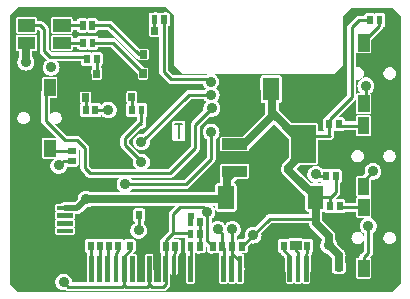
<source format=gbr>
G04 start of page 2 for group 0 idx 0 *
G04 Title: (unknown), top *
G04 Creator: pcb 20140316 *
G04 CreationDate: Tue Dec  8 09:12:03 2015 UTC *
G04 For: clemi *
G04 Format: Gerber/RS-274X *
G04 PCB-Dimensions (mil): 1338.58 984.25 *
G04 PCB-Coordinate-Origin: lower left *
%MOIN*%
%FSLAX25Y25*%
%LNTOP*%
%ADD28C,0.0118*%
%ADD27C,0.0240*%
%ADD26C,0.0360*%
%ADD25R,0.0295X0.0295*%
%ADD24R,0.0374X0.0374*%
%ADD23R,0.0846X0.0846*%
%ADD22R,0.0512X0.0512*%
%ADD21R,0.0236X0.0236*%
%ADD20R,0.0433X0.0433*%
%ADD19R,0.0197X0.0197*%
%ADD18R,0.0630X0.0630*%
%ADD17R,0.0394X0.0394*%
%ADD16R,0.0157X0.0157*%
%ADD15C,0.0060*%
%ADD14C,0.0200*%
%ADD13C,0.0250*%
%ADD12C,0.0100*%
%ADD11C,0.0001*%
G54D11*G36*
X57913Y71335D02*X65795D01*
X65833Y71179D01*
X66001Y70772D01*
X66232Y70396D01*
X66518Y70061D01*
X66826Y69798D01*
X66715Y69703D01*
X66429Y69367D01*
X66336Y69217D01*
X61279D01*
X61220Y69221D01*
X60985Y69203D01*
X60756Y69148D01*
X60537Y69057D01*
X60336Y68934D01*
X60336Y68934D01*
X60157Y68780D01*
X60118Y68736D01*
X57913Y66530D01*
Y71335D01*
G37*
G36*
Y75945D02*X59252Y74606D01*
X67365D01*
X67229Y74550D01*
X66878Y74335D01*
X57913D01*
Y75945D01*
G37*
G36*
X96851Y36974D02*X99988Y33838D01*
X99993Y29568D01*
X100030Y29415D01*
X100090Y29269D01*
X100172Y29135D01*
X100275Y29015D01*
X100394Y28913D01*
X100528Y28831D01*
X100674Y28771D01*
X100827Y28734D01*
X100984Y28725D01*
X101293Y28725D01*
Y27878D01*
X96851D01*
Y36974D01*
G37*
G36*
X128186Y96457D02*X129331D01*
X131890Y93898D01*
Y4921D01*
X128937Y1969D01*
X128186D01*
Y17917D01*
X128189Y17917D01*
X128515Y17943D01*
X128833Y18019D01*
X129135Y18144D01*
X129413Y18315D01*
X129662Y18527D01*
X129874Y18776D01*
X130045Y19054D01*
X130170Y19356D01*
X130246Y19674D01*
X130265Y20000D01*
X130246Y20326D01*
X130170Y20644D01*
X130045Y20946D01*
X129874Y21224D01*
X129662Y21473D01*
X129413Y21685D01*
X129135Y21856D01*
X128833Y21981D01*
X128515Y22057D01*
X128189Y22083D01*
X128186Y22083D01*
Y45164D01*
X128475Y45187D01*
X128793Y45263D01*
X129095Y45388D01*
X129374Y45559D01*
X129622Y45771D01*
X129835Y46020D01*
X130005Y46299D01*
X130130Y46600D01*
X130207Y46918D01*
X130226Y47244D01*
X130207Y47570D01*
X130130Y47888D01*
X130005Y48190D01*
X129835Y48468D01*
X129622Y48717D01*
X129374Y48929D01*
X129095Y49100D01*
X128793Y49225D01*
X128475Y49301D01*
X128186Y49324D01*
Y72721D01*
X128189Y72720D01*
X128515Y72746D01*
X128833Y72822D01*
X129135Y72947D01*
X129413Y73118D01*
X129662Y73330D01*
X129874Y73579D01*
X130045Y73858D01*
X130170Y74160D01*
X130246Y74477D01*
X130265Y74803D01*
X130246Y75129D01*
X130170Y75447D01*
X130045Y75749D01*
X129874Y76027D01*
X129662Y76276D01*
X129413Y76488D01*
X129135Y76659D01*
X128833Y76784D01*
X128515Y76860D01*
X128189Y76886D01*
X128186Y76886D01*
Y96457D01*
G37*
G36*
X121179Y6413D02*X121590Y6413D01*
X121682Y6435D01*
X121769Y6472D01*
X121850Y6521D01*
X121922Y6582D01*
X121983Y6654D01*
X122032Y6735D01*
X122068Y6822D01*
X122091Y6914D01*
X122096Y7008D01*
X122091Y12811D01*
X122068Y12903D01*
X122032Y12990D01*
X121983Y13070D01*
X121922Y13142D01*
X121850Y13203D01*
X121769Y13253D01*
X121682Y13289D01*
X121590Y13311D01*
X121538Y13314D01*
X122082Y13858D01*
X122127Y13897D01*
X122280Y14076D01*
X122280Y14076D01*
X122404Y14278D01*
X122494Y14496D01*
X122549Y14725D01*
X122568Y14961D01*
X122563Y15019D01*
Y21651D01*
X122714Y21744D01*
X123049Y22030D01*
X123335Y22365D01*
X123566Y22741D01*
X123734Y23148D01*
X123837Y23576D01*
X123863Y24016D01*
X123837Y24455D01*
X123734Y24884D01*
X123566Y25291D01*
X123335Y25667D01*
X123049Y26002D01*
X122714Y26288D01*
X122338Y26518D01*
X121931Y26687D01*
X121736Y26734D01*
X121769Y26747D01*
X121850Y26797D01*
X121922Y26858D01*
X121983Y26930D01*
X122032Y27010D01*
X122068Y27097D01*
X122091Y27189D01*
X122096Y27283D01*
X122091Y33086D01*
X122068Y33178D01*
X122032Y33265D01*
X121983Y33346D01*
X121922Y33418D01*
X121850Y33479D01*
X121769Y33528D01*
X121682Y33565D01*
X121590Y33587D01*
X121496Y33592D01*
X121179Y33592D01*
Y33657D01*
X121551Y33658D01*
X121643Y33680D01*
X121730Y33716D01*
X121810Y33765D01*
X121882Y33826D01*
X121944Y33898D01*
X121993Y33979D01*
X122029Y34066D01*
X122051Y34158D01*
X122057Y34252D01*
X122052Y39387D01*
X122198Y39352D01*
X122638Y39317D01*
X123077Y39352D01*
X123506Y39455D01*
X123913Y39623D01*
X124289Y39854D01*
X124624Y40140D01*
X124910Y40475D01*
X125140Y40851D01*
X125309Y41258D01*
X125412Y41687D01*
X125438Y42126D01*
X125412Y42565D01*
X125309Y42994D01*
X125140Y43401D01*
X124910Y43777D01*
X124624Y44112D01*
X124289Y44398D01*
X123913Y44628D01*
X123506Y44797D01*
X123077Y44900D01*
X122638Y44935D01*
X122198Y44900D01*
X121770Y44797D01*
X121363Y44628D01*
X121179Y44516D01*
Y53933D01*
X121551Y53933D01*
X121643Y53955D01*
X121730Y53991D01*
X121810Y54041D01*
X121882Y54102D01*
X121944Y54174D01*
X121993Y54254D01*
X122029Y54342D01*
X122051Y54433D01*
X122057Y54528D01*
X122051Y60330D01*
X122029Y60422D01*
X121993Y60509D01*
X121944Y60590D01*
X121882Y60662D01*
X121810Y60723D01*
X121730Y60772D01*
X121643Y60809D01*
X121551Y60831D01*
X121457Y60836D01*
X121179Y60836D01*
Y61216D01*
X121590Y61217D01*
X121682Y61239D01*
X121769Y61275D01*
X121850Y61324D01*
X121922Y61385D01*
X121983Y61457D01*
X122032Y61538D01*
X122068Y61625D01*
X122091Y61717D01*
X122096Y61811D01*
X122091Y67614D01*
X122068Y67706D01*
X122032Y67793D01*
X121983Y67873D01*
X121922Y67945D01*
X121850Y68007D01*
X121776Y68052D01*
Y68305D01*
X121926Y68397D01*
X122262Y68683D01*
X122548Y69018D01*
X122778Y69394D01*
X122947Y69801D01*
X123050Y70230D01*
X123076Y70669D01*
X123050Y71109D01*
X122947Y71537D01*
X122778Y71944D01*
X122548Y72320D01*
X122262Y72655D01*
X121926Y72942D01*
X121551Y73172D01*
X121179Y73326D01*
Y81492D01*
X121590Y81492D01*
X121682Y81514D01*
X121769Y81550D01*
X121850Y81600D01*
X121922Y81661D01*
X121983Y81733D01*
X122032Y81813D01*
X122068Y81901D01*
X122091Y81992D01*
X122096Y82087D01*
X122092Y85916D01*
X125625Y89449D01*
X125670Y89487D01*
X125823Y89666D01*
X125824Y89667D01*
X125947Y89868D01*
X126037Y90086D01*
X126060Y90180D01*
X126096Y90189D01*
X126242Y90249D01*
X126376Y90331D01*
X126496Y90433D01*
X126598Y90553D01*
X126680Y90687D01*
X126740Y90833D01*
X126777Y90986D01*
X126786Y91143D01*
X126777Y94054D01*
X126740Y94207D01*
X126680Y94352D01*
X126598Y94486D01*
X126496Y94606D01*
X126376Y94708D01*
X126242Y94790D01*
X126096Y94851D01*
X125943Y94887D01*
X125786Y94897D01*
X123661Y94887D01*
X123508Y94851D01*
X123363Y94790D01*
X123229Y94708D01*
X123228Y94708D01*
X123228Y94708D01*
X123094Y94790D01*
X122948Y94851D01*
X122795Y94887D01*
X122638Y94897D01*
X121179Y94890D01*
Y96457D01*
X128186D01*
Y76886D01*
X127863Y76860D01*
X127545Y76784D01*
X127243Y76659D01*
X126965Y76488D01*
X126716Y76276D01*
X126504Y76027D01*
X126333Y75749D01*
X126208Y75447D01*
X126132Y75129D01*
X126106Y74803D01*
X126132Y74477D01*
X126208Y74160D01*
X126333Y73858D01*
X126504Y73579D01*
X126716Y73330D01*
X126965Y73118D01*
X127243Y72947D01*
X127545Y72822D01*
X127863Y72746D01*
X128186Y72721D01*
Y49324D01*
X128150Y49327D01*
X127824Y49301D01*
X127506Y49225D01*
X127204Y49100D01*
X126925Y48929D01*
X126677Y48717D01*
X126465Y48468D01*
X126294Y48190D01*
X126169Y47888D01*
X126092Y47570D01*
X126067Y47244D01*
X126092Y46918D01*
X126169Y46600D01*
X126294Y46299D01*
X126465Y46020D01*
X126677Y45771D01*
X126925Y45559D01*
X127204Y45388D01*
X127506Y45263D01*
X127824Y45187D01*
X128150Y45161D01*
X128186Y45164D01*
Y22083D01*
X127863Y22057D01*
X127545Y21981D01*
X127243Y21856D01*
X126965Y21685D01*
X126716Y21473D01*
X126504Y21224D01*
X126333Y20946D01*
X126208Y20644D01*
X126132Y20326D01*
X126106Y20000D01*
X126132Y19674D01*
X126208Y19356D01*
X126333Y19054D01*
X126504Y18776D01*
X126716Y18527D01*
X126965Y18315D01*
X127243Y18144D01*
X127545Y18019D01*
X127863Y17943D01*
X128186Y17917D01*
Y1969D01*
X121179D01*
Y6413D01*
G37*
G36*
Y94890D02*X120513Y94887D01*
X120360Y94851D01*
X120215Y94790D01*
X120081Y94708D01*
X119961Y94606D01*
X119859Y94486D01*
X119777Y94352D01*
X119716Y94207D01*
X119680Y94054D01*
X119678Y94020D01*
X117972D01*
X117913Y94024D01*
X117678Y94006D01*
X117448Y93951D01*
X117230Y93860D01*
X117029Y93737D01*
X117029Y93737D01*
X116849Y93584D01*
X116811Y93539D01*
X114532Y91260D01*
X114487Y91221D01*
X114334Y91042D01*
X114211Y90841D01*
X114120Y90622D01*
X114065Y90393D01*
X114065Y90392D01*
X114047Y90157D01*
X114051Y90099D01*
Y67550D01*
X107249Y60748D01*
X107204Y60710D01*
X107050Y60530D01*
X106927Y60329D01*
X106887Y60231D01*
X106777Y60205D01*
X106631Y60145D01*
X106497Y60063D01*
X106378Y59960D01*
X106275Y59841D01*
X106193Y59706D01*
X106133Y59561D01*
X106096Y59408D01*
X106087Y59251D01*
X106096Y56340D01*
X106133Y56187D01*
X106193Y56042D01*
X106275Y55907D01*
X106378Y55788D01*
X106497Y55686D01*
X106571Y55640D01*
Y55535D01*
X104237D01*
X104236Y57752D01*
X104214Y57843D01*
X104178Y57931D01*
X104129Y58011D01*
X104067Y58083D01*
X103995Y58144D01*
X103915Y58194D01*
X103828Y58230D01*
X103736Y58252D01*
X103642Y58257D01*
X96851Y58253D01*
Y74606D01*
X109646D01*
X112598Y77559D01*
Y93701D01*
X115354Y96457D01*
X121179D01*
Y94890D01*
G37*
G36*
Y73326D02*X121144Y73340D01*
X120715Y73443D01*
X120276Y73478D01*
X119836Y73443D01*
X119408Y73340D01*
X119000Y73172D01*
X118625Y72942D01*
X118290Y72655D01*
X118003Y72320D01*
X117773Y71944D01*
X117604Y71537D01*
X117502Y71109D01*
X117467Y70669D01*
X117502Y70230D01*
X117604Y69801D01*
X117773Y69394D01*
X118003Y69018D01*
X118290Y68683D01*
X118625Y68397D01*
X118776Y68305D01*
Y68116D01*
X117465Y68114D01*
X117373Y68092D01*
X117286Y68056D01*
X117205Y68007D01*
X117133Y67945D01*
X117072Y67873D01*
X117051Y67839D01*
Y72790D01*
X117233Y72746D01*
X117559Y72720D01*
X117885Y72746D01*
X118203Y72822D01*
X118505Y72947D01*
X118783Y73118D01*
X119032Y73330D01*
X119244Y73579D01*
X119415Y73858D01*
X119540Y74160D01*
X119616Y74477D01*
X119635Y74803D01*
X119616Y75129D01*
X119540Y75447D01*
X119415Y75749D01*
X119244Y76027D01*
X119032Y76276D01*
X118783Y76488D01*
X118505Y76659D01*
X118203Y76784D01*
X117885Y76860D01*
X117559Y76886D01*
X117233Y76860D01*
X117051Y76817D01*
Y81767D01*
X117072Y81733D01*
X117133Y81661D01*
X117205Y81600D01*
X117286Y81550D01*
X117373Y81514D01*
X117465Y81492D01*
X117559Y81487D01*
X121179Y81492D01*
Y73326D01*
G37*
G36*
Y60836D02*X117426Y60831D01*
X117334Y60809D01*
X117246Y60772D01*
X117166Y60723D01*
X117094Y60662D01*
X117033Y60590D01*
X116983Y60509D01*
X116947Y60422D01*
X116925Y60330D01*
X116920Y60236D01*
X116921Y58882D01*
X113195D01*
X113194Y59408D01*
X113157Y59561D01*
X113097Y59706D01*
X113014Y59841D01*
X112912Y59960D01*
X112792Y60063D01*
X112658Y60145D01*
X112513Y60205D01*
X112360Y60242D01*
X112203Y60251D01*
X110989Y60246D01*
X116570Y65827D01*
X116615Y65865D01*
X116768Y66045D01*
X116768Y66045D01*
X116892Y66246D01*
X116960Y66411D01*
X116965Y61717D01*
X116987Y61625D01*
X117023Y61538D01*
X117072Y61457D01*
X117133Y61385D01*
X117205Y61324D01*
X117286Y61275D01*
X117373Y61239D01*
X117465Y61217D01*
X117559Y61211D01*
X121179Y61216D01*
Y60836D01*
G37*
G36*
X117516Y53928D02*X117520Y53928D01*
X121179Y53933D01*
Y44516D01*
X120987Y44398D01*
X120652Y44112D01*
X120366Y43777D01*
X120135Y43401D01*
X119967Y42994D01*
X119864Y42565D01*
X119829Y42126D01*
X119864Y41687D01*
X119905Y41515D01*
X118948Y40557D01*
X117516Y40555D01*
Y45162D01*
X117520Y45161D01*
X117846Y45187D01*
X118163Y45263D01*
X118465Y45388D01*
X118744Y45559D01*
X118992Y45771D01*
X119205Y46020D01*
X119375Y46299D01*
X119501Y46600D01*
X119577Y46918D01*
X119596Y47244D01*
X119577Y47570D01*
X119501Y47888D01*
X119375Y48190D01*
X119205Y48468D01*
X118992Y48717D01*
X118744Y48929D01*
X118465Y49100D01*
X118163Y49225D01*
X117846Y49301D01*
X117520Y49327D01*
X117516Y49327D01*
Y53928D01*
G37*
G36*
X121179Y33592D02*X117516Y33587D01*
Y33652D01*
X117520Y33652D01*
X121179Y33657D01*
Y33592D01*
G37*
G36*
X117516Y33587D02*X117465Y33587D01*
X117373Y33565D01*
X117286Y33528D01*
X117205Y33479D01*
X117133Y33418D01*
X117072Y33346D01*
X117023Y33265D01*
X116987Y33178D01*
X116965Y33086D01*
X116959Y32992D01*
X116960Y31638D01*
X113470D01*
X113469Y32046D01*
X113432Y32199D01*
X113372Y32344D01*
X113290Y32478D01*
X113187Y32598D01*
X113068Y32700D01*
X112933Y32783D01*
X112788Y32843D01*
X112635Y32880D01*
X112478Y32889D01*
X110353Y32880D01*
X110200Y32843D01*
X110055Y32783D01*
X109920Y32700D01*
X109920Y32700D01*
X109920Y32700D01*
X109859Y32738D01*
X111255Y34134D01*
X111300Y34172D01*
X111453Y34352D01*
X111453Y34352D01*
X111577Y34553D01*
X111667Y34771D01*
X111722Y35001D01*
X111741Y35236D01*
X111735Y35315D01*
Y38318D01*
X111808Y38363D01*
X111928Y38465D01*
X112030Y38585D01*
X112112Y38719D01*
X112173Y38864D01*
X112209Y39017D01*
X112219Y39174D01*
X112209Y42085D01*
X112173Y42238D01*
X112112Y42384D01*
X112030Y42518D01*
X111928Y42637D01*
X111808Y42740D01*
X111674Y42822D01*
X111529Y42882D01*
X111376Y42919D01*
X111219Y42928D01*
X109094Y42919D01*
X108941Y42882D01*
X108795Y42822D01*
X108661Y42740D01*
X108661Y42739D01*
X108660Y42740D01*
X108526Y42822D01*
X108381Y42882D01*
X108228Y42919D01*
X108071Y42928D01*
X105946Y42919D01*
X105793Y42882D01*
X105753Y42866D01*
X105529Y43128D01*
X105194Y43414D01*
X104818Y43644D01*
X104411Y43813D01*
X103983Y43916D01*
X103543Y43950D01*
X103104Y43916D01*
X102675Y43813D01*
X102268Y43644D01*
X101892Y43414D01*
X101557Y43128D01*
X101271Y42793D01*
X101041Y42417D01*
X100872Y42010D01*
X100769Y41581D01*
X100735Y41142D01*
X100769Y40702D01*
X100872Y40274D01*
X101041Y39867D01*
X101271Y39491D01*
X101557Y39156D01*
X101892Y38870D01*
X102268Y38639D01*
X102675Y38471D01*
X103104Y38368D01*
X103543Y38333D01*
X103983Y38368D01*
X104411Y38471D01*
X104818Y38639D01*
X105156Y38846D01*
X105209Y38719D01*
X105291Y38585D01*
X105393Y38465D01*
X105513Y38363D01*
X105647Y38280D01*
X105793Y38220D01*
X105860Y38204D01*
X101992Y38197D01*
X97178Y43012D01*
X98431Y44264D01*
X103736Y44268D01*
X103828Y44290D01*
X103915Y44326D01*
X103995Y44375D01*
X104067Y44437D01*
X104129Y44508D01*
X104178Y44589D01*
X104214Y44676D01*
X104236Y44768D01*
X104242Y44862D01*
X104238Y52535D01*
X108169D01*
X108405Y52549D01*
X108634Y52604D01*
X108852Y52695D01*
X109054Y52818D01*
X109233Y52972D01*
X109387Y53151D01*
X109510Y53352D01*
X109600Y53570D01*
X109655Y53800D01*
X109674Y54035D01*
X109655Y54271D01*
X109600Y54500D01*
X109571Y54571D01*
Y55640D01*
X109644Y55686D01*
X109645Y55686D01*
X109645Y55686D01*
X109779Y55603D01*
X109925Y55543D01*
X110078Y55506D01*
X110235Y55497D01*
X112360Y55506D01*
X112513Y55543D01*
X112658Y55603D01*
X112792Y55686D01*
X112912Y55788D01*
X112993Y55882D01*
X116924D01*
X116925Y54433D01*
X116947Y54342D01*
X116983Y54254D01*
X117033Y54174D01*
X117094Y54102D01*
X117166Y54041D01*
X117246Y53991D01*
X117334Y53955D01*
X117426Y53933D01*
X117516Y53928D01*
Y49327D01*
X117194Y49301D01*
X116876Y49225D01*
X116574Y49100D01*
X116295Y48929D01*
X116047Y48717D01*
X115835Y48468D01*
X115664Y48190D01*
X115539Y47888D01*
X115463Y47570D01*
X115437Y47244D01*
X115463Y46918D01*
X115539Y46600D01*
X115664Y46299D01*
X115835Y46020D01*
X116047Y45771D01*
X116295Y45559D01*
X116574Y45388D01*
X116876Y45263D01*
X117194Y45187D01*
X117516Y45162D01*
Y40555D01*
X117426Y40555D01*
X117334Y40533D01*
X117246Y40497D01*
X117166Y40448D01*
X117094Y40386D01*
X117033Y40314D01*
X116983Y40234D01*
X116947Y40147D01*
X116925Y40055D01*
X116920Y39961D01*
X116925Y34158D01*
X116947Y34066D01*
X116983Y33979D01*
X117033Y33898D01*
X117094Y33826D01*
X117166Y33765D01*
X117246Y33716D01*
X117334Y33680D01*
X117426Y33658D01*
X117516Y33652D01*
Y33587D01*
G37*
G36*
X96851Y24878D02*X101296D01*
X101313Y24666D01*
X101314Y24647D01*
X101396Y24303D01*
X101532Y23976D01*
X101717Y23674D01*
X101947Y23404D01*
X102014Y23347D01*
X105624Y19737D01*
Y19197D01*
X105602Y19171D01*
X105372Y18795D01*
X105203Y18388D01*
X105100Y17959D01*
X105065Y17520D01*
X105100Y17080D01*
X105203Y16652D01*
X105372Y16245D01*
X105602Y15869D01*
X105888Y15534D01*
X106223Y15247D01*
X106599Y15017D01*
X107006Y14849D01*
X107435Y14746D01*
X107469Y14743D01*
X108970Y13241D01*
Y11513D01*
X108950Y11479D01*
X108889Y11333D01*
X108853Y11180D01*
X108843Y11023D01*
X108853Y8898D01*
X108889Y8745D01*
X108950Y8600D01*
X109032Y8466D01*
X109134Y8346D01*
X109254Y8244D01*
X109388Y8162D01*
X109534Y8101D01*
X109687Y8065D01*
X109843Y8055D01*
X110150Y8056D01*
X110196Y8028D01*
X110523Y7893D01*
X110867Y7810D01*
X111220Y7782D01*
X111574Y7810D01*
X111918Y7893D01*
X112245Y8028D01*
X112302Y8063D01*
X112754Y8065D01*
X112907Y8101D01*
X113053Y8162D01*
X113187Y8244D01*
X113307Y8346D01*
X113409Y8466D01*
X113491Y8600D01*
X113551Y8745D01*
X113588Y8898D01*
X113597Y9055D01*
X113588Y11180D01*
X113551Y11333D01*
X113491Y11479D01*
X113470Y11513D01*
Y14085D01*
X113477Y14173D01*
X113450Y14526D01*
X113450Y14526D01*
X113367Y14871D01*
X113231Y15198D01*
X113046Y15500D01*
X112816Y15769D01*
X112749Y15827D01*
X110650Y17926D01*
X110648Y17959D01*
X110545Y18388D01*
X110377Y18795D01*
X110146Y19171D01*
X110124Y19197D01*
Y20576D01*
X110131Y20669D01*
X110104Y21022D01*
X110021Y21366D01*
X109885Y21694D01*
X109700Y21995D01*
X109699Y21997D01*
X109470Y22265D01*
X109403Y22323D01*
X105793Y25932D01*
Y28733D01*
X106259Y28734D01*
X106412Y28771D01*
X106428Y28777D01*
X106468Y28679D01*
X106550Y28545D01*
X106653Y28426D01*
X106772Y28323D01*
X106907Y28241D01*
X107052Y28181D01*
X107205Y28144D01*
X107362Y28135D01*
X109487Y28144D01*
X109640Y28181D01*
X109785Y28241D01*
X109920Y28323D01*
X109920Y28324D01*
X109920Y28323D01*
X110055Y28241D01*
X110200Y28181D01*
X110353Y28144D01*
X110510Y28135D01*
X112635Y28144D01*
X112788Y28181D01*
X112933Y28241D01*
X113068Y28323D01*
X113187Y28426D01*
X113290Y28545D01*
X113346Y28638D01*
X116963D01*
X116965Y27189D01*
X116987Y27097D01*
X117023Y27010D01*
X117072Y26930D01*
X117133Y26858D01*
X117205Y26797D01*
X117286Y26747D01*
X117373Y26711D01*
X117465Y26689D01*
X117559Y26683D01*
X120196Y26687D01*
X120195Y26687D01*
X119788Y26518D01*
X119412Y26288D01*
X119077Y26002D01*
X118791Y25667D01*
X118560Y25291D01*
X118392Y24884D01*
X118289Y24455D01*
X118254Y24016D01*
X118289Y23576D01*
X118392Y23148D01*
X118560Y22741D01*
X118791Y22365D01*
X119077Y22030D01*
X119412Y21744D01*
X119563Y21651D01*
Y20547D01*
X119540Y20644D01*
X119415Y20946D01*
X119244Y21224D01*
X119032Y21473D01*
X118783Y21685D01*
X118505Y21856D01*
X118203Y21981D01*
X117885Y22057D01*
X117559Y22083D01*
X117233Y22057D01*
X116915Y21981D01*
X116613Y21856D01*
X116335Y21685D01*
X116086Y21473D01*
X115874Y21224D01*
X115703Y20946D01*
X115578Y20644D01*
X115502Y20326D01*
X115476Y20000D01*
X115502Y19674D01*
X115578Y19356D01*
X115703Y19054D01*
X115874Y18776D01*
X116086Y18527D01*
X116335Y18315D01*
X116613Y18144D01*
X116915Y18019D01*
X117233Y17943D01*
X117559Y17917D01*
X117885Y17943D01*
X118203Y18019D01*
X118505Y18144D01*
X118783Y18315D01*
X119032Y18527D01*
X119244Y18776D01*
X119415Y19054D01*
X119540Y19356D01*
X119563Y19453D01*
Y15582D01*
X118508Y14527D01*
X118464Y14489D01*
X118310Y14310D01*
X118187Y14108D01*
X118097Y13890D01*
X118041Y13661D01*
X118041Y13660D01*
X118023Y13425D01*
X118028Y13366D01*
Y13312D01*
X117465Y13311D01*
X117373Y13289D01*
X117286Y13253D01*
X117205Y13203D01*
X117133Y13142D01*
X117072Y13070D01*
X117023Y12990D01*
X116987Y12903D01*
X116965Y12811D01*
X116959Y12717D01*
X116965Y6914D01*
X116987Y6822D01*
X117023Y6735D01*
X117072Y6654D01*
X117133Y6582D01*
X117205Y6521D01*
X117286Y6472D01*
X117373Y6435D01*
X117465Y6413D01*
X117559Y6408D01*
X121179Y6413D01*
Y1969D01*
X96851D01*
Y4715D01*
X98519Y4721D01*
X98611Y4743D01*
X98698Y4779D01*
X98779Y4828D01*
X98851Y4889D01*
X98912Y4961D01*
X98961Y5042D01*
X98998Y5129D01*
X99016Y5205D01*
X99034Y5129D01*
X99070Y5042D01*
X99119Y4961D01*
X99181Y4889D01*
X99253Y4828D01*
X99333Y4779D01*
X99420Y4743D01*
X99512Y4721D01*
X99606Y4715D01*
X101275Y4721D01*
X101367Y4743D01*
X101454Y4779D01*
X101535Y4828D01*
X101607Y4889D01*
X101668Y4961D01*
X101717Y5042D01*
X101753Y5129D01*
X101776Y5221D01*
X101781Y5315D01*
X101779Y8480D01*
X101825Y8590D01*
X101880Y8820D01*
X101894Y9055D01*
Y13946D01*
X102004Y14076D01*
X102005Y14076D01*
X102128Y14278D01*
X102218Y14496D01*
X102274Y14725D01*
X102292Y14961D01*
X102287Y15020D01*
Y15088D01*
X102363Y15134D01*
X102482Y15237D01*
X102585Y15356D01*
X102667Y15490D01*
X102727Y15636D01*
X102764Y15789D01*
X102773Y15946D01*
X102764Y18857D01*
X102727Y19010D01*
X102667Y19155D01*
X102585Y19289D01*
X102482Y19409D01*
X102363Y19511D01*
X102228Y19594D01*
X102083Y19654D01*
X101930Y19691D01*
X101773Y19700D01*
X99648Y19691D01*
X99495Y19654D01*
X99401Y19615D01*
X99274Y19693D01*
X99128Y19753D01*
X98975Y19790D01*
X98818Y19799D01*
X96851Y19794D01*
Y24878D01*
G37*
G36*
Y58253D02*X95599Y58252D01*
X92360Y61491D01*
X92290Y61606D01*
X92220Y61720D01*
X92220Y61720D01*
X91990Y61990D01*
X91922Y62047D01*
X91226Y62743D01*
Y64796D01*
X91416Y64797D01*
X91569Y64834D01*
X91715Y64894D01*
X91849Y64976D01*
X91969Y65078D01*
X92071Y65198D01*
X92153Y65332D01*
X92213Y65478D01*
X92250Y65631D01*
X92259Y65788D01*
X92250Y73424D01*
X92213Y73578D01*
X92153Y73723D01*
X92071Y73857D01*
X91969Y73977D01*
X91849Y74079D01*
X91715Y74161D01*
X91569Y74222D01*
X91416Y74258D01*
X91259Y74268D01*
X85984Y74258D01*
X85831Y74222D01*
X85686Y74161D01*
X85552Y74079D01*
X85432Y73977D01*
X85330Y73857D01*
X85248Y73723D01*
X85187Y73578D01*
X85151Y73424D01*
X85141Y73268D01*
X85151Y65631D01*
X85187Y65478D01*
X85248Y65332D01*
X85330Y65198D01*
X85432Y65078D01*
X85552Y64976D01*
X85686Y64894D01*
X85831Y64834D01*
X85984Y64797D01*
X86141Y64788D01*
X86726Y64789D01*
Y61899D01*
X86719Y61811D01*
X86726Y61723D01*
Y61365D01*
X79090Y53729D01*
X72248Y53724D01*
X72157Y53702D01*
X72069Y53666D01*
X71989Y53617D01*
X71917Y53555D01*
X71856Y53484D01*
X71806Y53403D01*
X71770Y53316D01*
X71748Y53224D01*
X71743Y53130D01*
X71748Y49296D01*
X71770Y49204D01*
X71806Y49117D01*
X71856Y49036D01*
X71917Y48964D01*
X71989Y48903D01*
X72069Y48854D01*
X72157Y48817D01*
X72248Y48795D01*
X72343Y48790D01*
X80901Y48795D01*
X80993Y48817D01*
X81080Y48854D01*
X81161Y48903D01*
X81233Y48964D01*
X81294Y49036D01*
X81343Y49117D01*
X81379Y49204D01*
X81402Y49296D01*
X81407Y49390D01*
X81407Y49673D01*
X81457Y49731D01*
X89606Y57881D01*
X94579Y52908D01*
X94582Y46780D01*
X92763Y44960D01*
X92695Y44903D01*
X92465Y44634D01*
X92280Y44332D01*
X92145Y44005D01*
X92062Y43660D01*
X92062Y43660D01*
X92034Y43307D01*
X92041Y43219D01*
Y42804D01*
X92034Y42716D01*
X92062Y42363D01*
Y42363D01*
X92145Y42019D01*
X92280Y41692D01*
X92351Y41577D01*
X92465Y41390D01*
X92466Y41389D01*
X92695Y41120D01*
X92763Y41063D01*
X96851Y36974D01*
Y27878D01*
X88247D01*
X88188Y27883D01*
X87953Y27864D01*
X87723Y27809D01*
X87505Y27719D01*
X87304Y27595D01*
X87304Y27595D01*
X87124Y27442D01*
X87086Y27397D01*
X83288Y23599D01*
X83117Y23640D01*
X82677Y23675D01*
X82238Y23640D01*
X81809Y23537D01*
X81402Y23369D01*
X81026Y23138D01*
X80691Y22852D01*
X80405Y22517D01*
X80175Y22141D01*
X80006Y21734D01*
X79903Y21306D01*
X79869Y20866D01*
X79903Y20427D01*
X79944Y20255D01*
X79189Y19500D01*
X77795Y19494D01*
X77642Y19457D01*
X77497Y19397D01*
X77363Y19314D01*
X77362Y19314D01*
X77362Y19314D01*
X77287Y19360D01*
Y20470D01*
X77438Y20562D01*
X77773Y20849D01*
X78060Y21184D01*
X78290Y21560D01*
X78459Y21967D01*
X78561Y22395D01*
X78587Y22835D01*
X78561Y23274D01*
X78459Y23703D01*
X78290Y24110D01*
X78060Y24486D01*
X77773Y24821D01*
X77438Y25107D01*
X77062Y25337D01*
X76655Y25506D01*
X76227Y25609D01*
X75787Y25643D01*
X75348Y25609D01*
X74919Y25506D01*
X74512Y25337D01*
X74137Y25107D01*
X73801Y24821D01*
X73515Y24486D01*
X73327Y24178D01*
X73138Y24486D01*
X72852Y24821D01*
X72517Y25107D01*
X72141Y25337D01*
X71734Y25506D01*
X71306Y25609D01*
X70866Y25643D01*
X70427Y25609D01*
X69998Y25506D01*
X69591Y25337D01*
X69215Y25107D01*
X68880Y24821D01*
X68823Y24754D01*
Y26375D01*
X68974Y26468D01*
X69309Y26754D01*
X69595Y27089D01*
X69825Y27465D01*
X69994Y27872D01*
X70097Y28301D01*
X70123Y28740D01*
X70097Y29180D01*
X69994Y29608D01*
X69825Y30015D01*
X69595Y30391D01*
X69396Y30624D01*
X70072D01*
X70073Y29568D01*
X70110Y29415D01*
X70170Y29269D01*
X70252Y29135D01*
X70354Y29015D01*
X70474Y28913D01*
X70608Y28831D01*
X70754Y28771D01*
X70907Y28734D01*
X71064Y28725D01*
X76338Y28734D01*
X76492Y28771D01*
X76637Y28831D01*
X76771Y28913D01*
X76891Y29015D01*
X76993Y29135D01*
X77075Y29269D01*
X77136Y29415D01*
X77172Y29568D01*
X77182Y29725D01*
X77172Y37361D01*
X77136Y37515D01*
X77075Y37660D01*
X76993Y37794D01*
X76891Y37914D01*
X76771Y38016D01*
X76637Y38098D01*
X76492Y38159D01*
X76338Y38195D01*
X76266Y38200D01*
Y38714D01*
X77290Y39738D01*
X80901Y39740D01*
X80993Y39762D01*
X81080Y39798D01*
X81161Y39848D01*
X81233Y39909D01*
X81294Y39981D01*
X81343Y40061D01*
X81379Y40149D01*
X81402Y40240D01*
X81407Y40335D01*
X81402Y44169D01*
X81379Y44261D01*
X81343Y44348D01*
X81294Y44429D01*
X81233Y44500D01*
X81161Y44562D01*
X81080Y44611D01*
X80993Y44647D01*
X80901Y44669D01*
X80807Y44675D01*
X72248Y44669D01*
X72157Y44647D01*
X72069Y44611D01*
X71989Y44562D01*
X71917Y44500D01*
X71856Y44429D01*
X71806Y44348D01*
X71770Y44261D01*
X71748Y44169D01*
X71743Y44075D01*
X71748Y40240D01*
X71770Y40149D01*
X71804Y40068D01*
X71787Y39999D01*
X71787Y39999D01*
X71759Y39646D01*
X71766Y39558D01*
Y38197D01*
X70907Y38195D01*
X70754Y38159D01*
X70608Y38098D01*
X70474Y38016D01*
X70354Y37914D01*
X70252Y37794D01*
X70170Y37660D01*
X70110Y37515D01*
X70073Y37361D01*
X70064Y37205D01*
X70066Y35124D01*
X57913D01*
Y36295D01*
X60177D01*
X60236Y36291D01*
X60471Y36309D01*
X60472Y36309D01*
X60701Y36364D01*
X60919Y36455D01*
X61121Y36578D01*
X61300Y36731D01*
X61338Y36776D01*
X69720Y45158D01*
X69765Y45196D01*
X69918Y45375D01*
X69918Y45375D01*
X70041Y45577D01*
X70132Y45795D01*
X70187Y46024D01*
X70205Y46260D01*
X70201Y46319D01*
Y52950D01*
X70352Y53043D01*
X70687Y53329D01*
X70973Y53664D01*
X71203Y54040D01*
X71372Y54447D01*
X71475Y54876D01*
X71501Y55315D01*
X71475Y55754D01*
X71372Y56183D01*
X71203Y56590D01*
X70973Y56966D01*
X70687Y57301D01*
X70352Y57587D01*
X69976Y57817D01*
X69569Y57986D01*
X69140Y58089D01*
X68701Y58124D01*
X68261Y58089D01*
X67833Y57986D01*
X67426Y57817D01*
X67050Y57587D01*
X66715Y57301D01*
X66429Y56966D01*
X66198Y56590D01*
X66030Y56183D01*
X65927Y55754D01*
X65892Y55315D01*
X65927Y54876D01*
X66030Y54447D01*
X66198Y54040D01*
X66429Y53664D01*
X66715Y53329D01*
X67050Y53043D01*
X67201Y52950D01*
Y46881D01*
X59615Y39295D01*
X57913D01*
Y42209D01*
X64405Y48701D01*
X64450Y48739D01*
X64603Y48919D01*
X64603Y48919D01*
X64726Y49120D01*
X64817Y49338D01*
X64872Y49568D01*
X64890Y49803D01*
X64886Y49862D01*
Y57056D01*
X68286Y60456D01*
X68458Y60415D01*
X68898Y60380D01*
X69337Y60415D01*
X69766Y60518D01*
X70173Y60686D01*
X70549Y60917D01*
X70884Y61203D01*
X71170Y61538D01*
X71400Y61914D01*
X71569Y62321D01*
X71672Y62750D01*
X71698Y63189D01*
X71672Y63628D01*
X71569Y64057D01*
X71400Y64464D01*
X71170Y64840D01*
X70884Y65175D01*
X70549Y65461D01*
X70445Y65524D01*
X70687Y65731D01*
X70973Y66066D01*
X71203Y66441D01*
X71372Y66849D01*
X71475Y67277D01*
X71501Y67717D01*
X71475Y68156D01*
X71372Y68584D01*
X71203Y68992D01*
X70973Y69367D01*
X70687Y69703D01*
X70378Y69966D01*
X70490Y70061D01*
X70776Y70396D01*
X71006Y70772D01*
X71175Y71179D01*
X71278Y71608D01*
X71304Y72047D01*
X71278Y72487D01*
X71175Y72915D01*
X71006Y73322D01*
X70776Y73698D01*
X70490Y74033D01*
X70155Y74319D01*
X69779Y74550D01*
X69643Y74606D01*
X96851D01*
Y58253D01*
G37*
G36*
X57913Y14081D02*X58034Y14278D01*
X58124Y14496D01*
X58179Y14725D01*
X58192Y14893D01*
X58265Y14937D01*
X58385Y15040D01*
X58487Y15159D01*
X58569Y15294D01*
X58629Y15439D01*
X58666Y15592D01*
X58675Y15749D01*
X58666Y18660D01*
X58629Y18813D01*
X58569Y18958D01*
X58487Y19093D01*
X58385Y19212D01*
X58265Y19314D01*
X58131Y19397D01*
X57985Y19457D01*
X57913Y19474D01*
Y19957D01*
X59836D01*
X59837Y19726D01*
X59874Y19573D01*
X59934Y19427D01*
X60016Y19293D01*
X60102Y19193D01*
X60016Y19093D01*
X59934Y18958D01*
X59874Y18813D01*
X59837Y18660D01*
X59828Y18503D01*
X59837Y15592D01*
X59874Y15439D01*
X59934Y15294D01*
X60016Y15159D01*
X60119Y15040D01*
X60238Y14937D01*
X60312Y14892D01*
Y9124D01*
X60306Y9055D01*
X60325Y8820D01*
X60380Y8590D01*
X60427Y8477D01*
X60429Y5221D01*
X60451Y5129D01*
X60487Y5042D01*
X60537Y4961D01*
X60598Y4889D01*
X60670Y4828D01*
X60750Y4779D01*
X60838Y4743D01*
X60929Y4721D01*
X61024Y4715D01*
X62693Y4721D01*
X62784Y4743D01*
X62872Y4779D01*
X62952Y4828D01*
X63024Y4889D01*
X63085Y4961D01*
X63135Y5042D01*
X63171Y5129D01*
X63193Y5221D01*
X63198Y5315D01*
X63196Y8479D01*
X63243Y8591D01*
X63298Y8821D01*
X63316Y9056D01*
X63312Y9115D01*
Y14892D01*
X63385Y14937D01*
X63386Y14938D01*
X63386Y14937D01*
X63520Y14855D01*
X63666Y14795D01*
X63819Y14758D01*
X63976Y14749D01*
X66101Y14758D01*
X66254Y14795D01*
X66399Y14855D01*
X66533Y14937D01*
X66653Y15040D01*
X66755Y15159D01*
X66838Y15294D01*
X66898Y15439D01*
X66935Y15592D01*
X66944Y15749D01*
X66939Y17358D01*
X67313Y16984D01*
X67317Y15592D01*
X67354Y15439D01*
X67414Y15294D01*
X67497Y15159D01*
X67599Y15040D01*
X67719Y14937D01*
X67853Y14855D01*
X67998Y14795D01*
X68151Y14758D01*
X68308Y14749D01*
X70433Y14758D01*
X70586Y14795D01*
X70732Y14855D01*
X70866Y14937D01*
X70866Y14938D01*
X70867Y14937D01*
X71001Y14855D01*
X71146Y14795D01*
X71299Y14758D01*
X71335Y14756D01*
Y9055D01*
X71349Y8820D01*
X71404Y8590D01*
X71451Y8477D01*
X71453Y5221D01*
X71475Y5129D01*
X71511Y5042D01*
X71560Y4961D01*
X71622Y4889D01*
X71693Y4828D01*
X71774Y4779D01*
X71861Y4743D01*
X71953Y4721D01*
X72047Y4715D01*
X73716Y4721D01*
X73808Y4743D01*
X73895Y4779D01*
X73976Y4828D01*
X74048Y4889D01*
X74109Y4961D01*
X74158Y5042D01*
X74194Y5129D01*
X74213Y5205D01*
X74231Y5129D01*
X74267Y5042D01*
X74316Y4961D01*
X74378Y4889D01*
X74449Y4828D01*
X74530Y4779D01*
X74617Y4743D01*
X74709Y4721D01*
X74803Y4715D01*
X76472Y4721D01*
X76564Y4743D01*
X76651Y4779D01*
X76732Y4828D01*
X76804Y4889D01*
X76865Y4961D01*
X76914Y5042D01*
X76950Y5129D01*
X76968Y5205D01*
X76987Y5129D01*
X77023Y5042D01*
X77072Y4961D01*
X77133Y4889D01*
X77205Y4828D01*
X77286Y4779D01*
X77373Y4743D01*
X77465Y4721D01*
X77559Y4715D01*
X79228Y4721D01*
X79320Y4743D01*
X79407Y4779D01*
X79488Y4828D01*
X79559Y4889D01*
X79621Y4961D01*
X79670Y5042D01*
X79706Y5129D01*
X79728Y5221D01*
X79734Y5315D01*
X79731Y9070D01*
X79777Y9181D01*
X79833Y9410D01*
X79851Y9646D01*
X79833Y9881D01*
X79777Y10111D01*
X79748Y10182D01*
Y12048D01*
X79753Y12107D01*
X79734Y12342D01*
X79729Y12362D01*
X79728Y14071D01*
X79706Y14162D01*
X79670Y14250D01*
X79621Y14330D01*
X79559Y14402D01*
X79488Y14463D01*
X79407Y14513D01*
X79320Y14549D01*
X79228Y14571D01*
X79134Y14576D01*
X77904Y14572D01*
X77694Y14783D01*
X77795Y14758D01*
X77952Y14749D01*
X80077Y14758D01*
X80230Y14795D01*
X80376Y14855D01*
X80510Y14937D01*
X80629Y15040D01*
X80732Y15159D01*
X80814Y15294D01*
X80874Y15439D01*
X80911Y15592D01*
X80920Y15749D01*
X80916Y16985D01*
X82065Y18134D01*
X82238Y18092D01*
X82677Y18058D01*
X83117Y18092D01*
X83545Y18195D01*
X83952Y18364D01*
X84328Y18594D01*
X84663Y18880D01*
X84949Y19215D01*
X85180Y19591D01*
X85348Y19998D01*
X85451Y20427D01*
X85477Y20866D01*
X85451Y21306D01*
X85410Y21478D01*
X88810Y24878D01*
X96851D01*
Y19794D01*
X94725Y19790D01*
X94572Y19753D01*
X94427Y19693D01*
X94301Y19615D01*
X94207Y19654D01*
X94054Y19691D01*
X93897Y19700D01*
X91772Y19691D01*
X91619Y19654D01*
X91474Y19594D01*
X91340Y19511D01*
X91220Y19409D01*
X91118Y19289D01*
X91036Y19155D01*
X90975Y19010D01*
X90939Y18857D01*
X90929Y18700D01*
X90939Y15789D01*
X90975Y15636D01*
X91036Y15490D01*
X91118Y15356D01*
X91220Y15237D01*
X91340Y15134D01*
X91474Y15052D01*
X91619Y14992D01*
X91772Y14955D01*
X91839Y14951D01*
X91893Y14864D01*
X92046Y14684D01*
X92091Y14646D01*
X93382Y13355D01*
Y9055D01*
X93396Y8820D01*
X93451Y8590D01*
X93498Y8477D01*
X93500Y5221D01*
X93522Y5129D01*
X93558Y5042D01*
X93608Y4961D01*
X93669Y4889D01*
X93741Y4828D01*
X93821Y4779D01*
X93909Y4743D01*
X94000Y4721D01*
X94094Y4715D01*
X95763Y4721D01*
X95855Y4743D01*
X95943Y4779D01*
X96023Y4828D01*
X96095Y4889D01*
X96156Y4961D01*
X96206Y5042D01*
X96242Y5129D01*
X96260Y5205D01*
X96278Y5129D01*
X96314Y5042D01*
X96363Y4961D01*
X96425Y4889D01*
X96497Y4828D01*
X96577Y4779D01*
X96664Y4743D01*
X96756Y4721D01*
X96850Y4715D01*
X96851Y4715D01*
Y1969D01*
X57913D01*
Y14081D01*
G37*
G36*
X61842Y66217D02*X66336D01*
X66429Y66066D01*
X66715Y65731D01*
X67050Y65444D01*
X67153Y65381D01*
X66912Y65175D01*
X66625Y64840D01*
X66395Y64464D01*
X66226Y64057D01*
X66124Y63628D01*
X66089Y63189D01*
X66124Y62750D01*
X66165Y62578D01*
X62367Y58779D01*
X62322Y58741D01*
X62169Y58562D01*
X62045Y58360D01*
X61955Y58142D01*
X61900Y57913D01*
X61900Y57912D01*
X61881Y57677D01*
X61886Y57618D01*
Y50424D01*
X57913Y46452D01*
Y52257D01*
X59526Y52260D01*
X59618Y52282D01*
X59705Y52318D01*
X59785Y52367D01*
X59857Y52428D01*
X59918Y52500D01*
X59967Y52580D01*
X60003Y52667D01*
X60025Y52759D01*
X60031Y52853D01*
X60025Y58425D01*
X60003Y58517D01*
X59967Y58604D01*
X59918Y58684D01*
X59857Y58756D01*
X59785Y58817D01*
X59705Y58866D01*
X59618Y58902D01*
X59526Y58924D01*
X59432Y58930D01*
X57913Y58927D01*
Y62288D01*
X61842Y66217D01*
G37*
G36*
X57913Y39295D02*X42325D01*
X42233Y39446D01*
X41947Y39781D01*
X41649Y40035D01*
X55059D01*
X55118Y40031D01*
X55353Y40049D01*
X55353Y40049D01*
X55583Y40104D01*
X55801Y40195D01*
X56003Y40318D01*
X56182Y40472D01*
X56220Y40516D01*
X57913Y42209D01*
Y39295D01*
G37*
G36*
Y35124D02*X40828D01*
X40829Y35124D01*
X41236Y35293D01*
X41612Y35523D01*
X41947Y35809D01*
X42233Y36144D01*
X42325Y36295D01*
X57913D01*
Y35124D01*
G37*
G36*
Y19474D02*X57832Y19494D01*
X57675Y19503D01*
X56066Y19496D01*
X56527Y19957D01*
X57913D01*
Y19474D01*
G37*
G36*
X31614Y2240D02*X38918D01*
X38976Y2236D01*
X39211Y2254D01*
X39212Y2254D01*
X39441Y2309D01*
X39659Y2400D01*
X39665Y2403D01*
X39671Y2400D01*
X39889Y2309D01*
X40119Y2254D01*
X40354Y2236D01*
X40413Y2240D01*
X47382D01*
X47441Y2236D01*
X47676Y2254D01*
X47676Y2254D01*
X47906Y2309D01*
X48124Y2400D01*
X48228Y2463D01*
X48333Y2400D01*
X48551Y2309D01*
X48780Y2254D01*
X49016Y2236D01*
X49075Y2240D01*
X52697D01*
X52756Y2236D01*
X52991Y2254D01*
X52991Y2254D01*
X53221Y2309D01*
X53439Y2400D01*
X53640Y2523D01*
X53820Y2676D01*
X53858Y2721D01*
X54562Y3425D01*
X54607Y3464D01*
X54760Y3643D01*
X54761Y3643D01*
X54884Y3844D01*
X54974Y4063D01*
X55029Y4292D01*
X55048Y4528D01*
X55043Y4586D01*
Y8234D01*
X55082Y8171D01*
X55235Y7991D01*
X55415Y7838D01*
X55616Y7714D01*
X55834Y7624D01*
X56064Y7569D01*
X56299Y7550D01*
X56535Y7569D01*
X56764Y7624D01*
X56982Y7714D01*
X57184Y7838D01*
X57363Y7991D01*
X57516Y8171D01*
X57640Y8372D01*
X57730Y8590D01*
X57785Y8820D01*
X57799Y9055D01*
Y13946D01*
X57910Y14076D01*
X57910Y14076D01*
X57913Y14081D01*
Y1969D01*
X31614D01*
Y2240D01*
G37*
G36*
X44484Y30624D02*X56652D01*
X55083Y29055D01*
X55038Y29017D01*
X54885Y28837D01*
X54762Y28636D01*
X54671Y28418D01*
X54616Y28188D01*
X54616Y28188D01*
X54598Y27953D01*
X54602Y27894D01*
Y22275D01*
X52524Y20197D01*
X52479Y20158D01*
X52326Y19979D01*
X52203Y19778D01*
X52112Y19559D01*
X52068Y19375D01*
X51970Y19314D01*
X51850Y19212D01*
X51748Y19093D01*
X51666Y18958D01*
X51605Y18813D01*
X51569Y18660D01*
X51559Y18503D01*
X51569Y15592D01*
X51605Y15439D01*
X51666Y15294D01*
X51748Y15159D01*
X51850Y15040D01*
X51970Y14937D01*
X52043Y14892D01*
Y5240D01*
X49637D01*
X49531Y5346D01*
Y9055D01*
X49518Y9290D01*
X49462Y9520D01*
X49416Y9632D01*
X49413Y14071D01*
X49391Y14162D01*
X49355Y14250D01*
X49306Y14330D01*
X49244Y14402D01*
X49173Y14463D01*
X49092Y14513D01*
X49005Y14549D01*
X48913Y14571D01*
X48819Y14576D01*
X47150Y14571D01*
X47058Y14549D01*
X46971Y14513D01*
X46890Y14463D01*
X46819Y14402D01*
X46757Y14330D01*
X46708Y14250D01*
X46672Y14162D01*
X46650Y14071D01*
X46644Y13976D01*
X46647Y9632D01*
X46601Y9520D01*
X46545Y9290D01*
X46531Y9055D01*
Y5240D01*
X44484D01*
Y19633D01*
X44488Y19632D01*
X44928Y19667D01*
X45356Y19770D01*
X45763Y19938D01*
X46139Y20169D01*
X46474Y20455D01*
X46760Y20790D01*
X46991Y21166D01*
X47159Y21573D01*
X47262Y22002D01*
X47288Y22441D01*
X47262Y22880D01*
X47159Y23309D01*
X46991Y23716D01*
X46760Y24092D01*
X46474Y24427D01*
X46185Y24674D01*
Y25325D01*
X46259Y25371D01*
X46378Y25473D01*
X46481Y25592D01*
X46563Y25727D01*
X46623Y25872D01*
X46660Y26025D01*
X46669Y26182D01*
X46660Y29093D01*
X46623Y29246D01*
X46563Y29391D01*
X46481Y29526D01*
X46378Y29645D01*
X46259Y29748D01*
X46124Y29830D01*
X45979Y29890D01*
X45826Y29927D01*
X45669Y29936D01*
X44484Y29931D01*
Y30624D01*
G37*
G36*
X31614D02*X44484D01*
Y29931D01*
X43544Y29927D01*
X43391Y29890D01*
X43246Y29830D01*
X43111Y29748D01*
X42992Y29645D01*
X42889Y29526D01*
X42807Y29391D01*
X42747Y29246D01*
X42710Y29093D01*
X42701Y28936D01*
X42710Y26025D01*
X42747Y25872D01*
X42807Y25727D01*
X42889Y25592D01*
X42992Y25473D01*
X43111Y25371D01*
X43185Y25325D01*
Y24926D01*
X42837Y24713D01*
X42502Y24427D01*
X42216Y24092D01*
X41986Y23716D01*
X41817Y23309D01*
X41714Y22880D01*
X41680Y22441D01*
X41714Y22002D01*
X41817Y21573D01*
X41986Y21166D01*
X42216Y20790D01*
X42502Y20455D01*
X42837Y20169D01*
X43213Y19938D01*
X43620Y19770D01*
X44049Y19667D01*
X44484Y19633D01*
Y5240D01*
X43903D01*
X43907Y5315D01*
X43902Y14071D01*
X43879Y14162D01*
X43843Y14250D01*
X43794Y14330D01*
X43733Y14402D01*
X43661Y14463D01*
X43580Y14513D01*
X43493Y14549D01*
X43401Y14571D01*
X43307Y14576D01*
X42482Y14574D01*
X42554Y14646D01*
X42599Y14684D01*
X42753Y14864D01*
X42753Y14864D01*
X42831Y14991D01*
X42974Y15051D01*
X43108Y15133D01*
X43228Y15235D01*
X43330Y15355D01*
X43412Y15489D01*
X43473Y15634D01*
X43509Y15787D01*
X43519Y15944D01*
X43509Y18855D01*
X43473Y19008D01*
X43412Y19154D01*
X43330Y19288D01*
X43228Y19408D01*
X43108Y19510D01*
X42974Y19592D01*
X42829Y19652D01*
X42676Y19689D01*
X42519Y19698D01*
X40394Y19689D01*
X40241Y19652D01*
X40095Y19592D01*
X39961Y19510D01*
X39841Y19408D01*
X39739Y19288D01*
X39665Y19166D01*
X39589Y19289D01*
X39487Y19409D01*
X39367Y19511D01*
X39233Y19594D01*
X39088Y19654D01*
X38935Y19691D01*
X38778Y19700D01*
X36653Y19691D01*
X36500Y19654D01*
X36354Y19594D01*
X36220Y19511D01*
X36220Y19511D01*
X36219Y19511D01*
X36085Y19594D01*
X35940Y19654D01*
X35787Y19691D01*
X35630Y19700D01*
X33505Y19691D01*
X33352Y19654D01*
X33206Y19594D01*
X33169Y19570D01*
X33131Y19594D01*
X32985Y19654D01*
X32832Y19691D01*
X32675Y19700D01*
X31614Y19695D01*
Y30624D01*
G37*
G36*
Y40035D02*X38272D01*
X37975Y39781D01*
X37688Y39446D01*
X37458Y39070D01*
X37289Y38663D01*
X37187Y38235D01*
X37152Y37795D01*
X37187Y37356D01*
X37289Y36927D01*
X37458Y36520D01*
X37688Y36144D01*
X37975Y35809D01*
X38310Y35523D01*
X38686Y35293D01*
X39093Y35124D01*
X39093Y35124D01*
X31614D01*
Y40035D01*
G37*
G36*
X57913Y46452D02*X54497Y43035D01*
X47161D01*
X47458Y43290D01*
X47745Y43625D01*
X47975Y44000D01*
X48144Y44408D01*
X48246Y44836D01*
X48272Y45276D01*
X48246Y45715D01*
X48144Y46144D01*
X47975Y46551D01*
X47745Y46926D01*
X47458Y47262D01*
X47123Y47548D01*
X46748Y47778D01*
X46340Y47947D01*
X45912Y48050D01*
X45472Y48084D01*
X45033Y48050D01*
X45020Y48046D01*
X41461Y51606D01*
Y52528D01*
X45314Y56382D01*
X45472Y56369D01*
X45708Y56388D01*
X45937Y56443D01*
X46156Y56533D01*
X46357Y56657D01*
X46536Y56810D01*
X46690Y56990D01*
X46813Y57191D01*
X46903Y57409D01*
X46959Y57639D01*
X46977Y57874D01*
X46959Y58109D01*
X46921Y58268D01*
X46959Y58426D01*
X46977Y58661D01*
X46972Y58720D01*
Y60365D01*
X47045Y60410D01*
X47165Y60512D01*
X47267Y60632D01*
X47349Y60766D01*
X47410Y60911D01*
X47446Y61065D01*
X47456Y61221D01*
X47446Y64132D01*
X47410Y64285D01*
X47349Y64431D01*
X47267Y64565D01*
X47165Y64685D01*
X47045Y64787D01*
X46911Y64869D01*
X46766Y64929D01*
X46613Y64966D01*
X46456Y64975D01*
X44331Y64966D01*
X44178Y64929D01*
X44032Y64869D01*
X43898Y64787D01*
X43898Y64787D01*
X43897Y64787D01*
X43763Y64869D01*
X43744Y64877D01*
Y64964D01*
X43779Y64986D01*
X43851Y65047D01*
X43912Y65119D01*
X43961Y65199D01*
X43998Y65286D01*
X44020Y65378D01*
X44025Y65472D01*
X44020Y68322D01*
X43998Y68414D01*
X43961Y68502D01*
X43912Y68582D01*
X43851Y68654D01*
X43779Y68715D01*
X43698Y68765D01*
X43611Y68801D01*
X43519Y68823D01*
X43425Y68828D01*
X40969Y68823D01*
X40877Y68801D01*
X40790Y68765D01*
X40709Y68715D01*
X40637Y68654D01*
X40576Y68582D01*
X40527Y68502D01*
X40491Y68414D01*
X40469Y68322D01*
X40463Y68228D01*
X40469Y65378D01*
X40491Y65286D01*
X40527Y65199D01*
X40576Y65119D01*
X40637Y65047D01*
X40709Y64986D01*
X40744Y64964D01*
Y64782D01*
X40630Y64685D01*
X40528Y64565D01*
X40446Y64431D01*
X40386Y64285D01*
X40349Y64132D01*
X40340Y63975D01*
X40349Y61065D01*
X40386Y60911D01*
X40446Y60766D01*
X40528Y60632D01*
X40630Y60512D01*
X40750Y60410D01*
X40884Y60328D01*
X41030Y60267D01*
X41183Y60231D01*
X41340Y60221D01*
X43465Y60231D01*
X43618Y60267D01*
X43763Y60328D01*
X43897Y60410D01*
X43898Y60410D01*
X43898Y60410D01*
X43972Y60364D01*
Y59283D01*
X38942Y54252D01*
X38897Y54214D01*
X38743Y54034D01*
X38620Y53833D01*
X38530Y53615D01*
X38475Y53385D01*
X38474Y53385D01*
X38456Y53150D01*
X38461Y53091D01*
Y51043D01*
X38456Y50984D01*
X38475Y50749D01*
X38530Y50519D01*
X38620Y50301D01*
X38743Y50100D01*
X38897Y49920D01*
X38942Y49882D01*
X42778Y46046D01*
X42698Y45715D01*
X42664Y45276D01*
X42698Y44836D01*
X42801Y44408D01*
X42970Y44000D01*
X43200Y43625D01*
X43486Y43290D01*
X43784Y43035D01*
X31614D01*
Y60362D01*
X31692Y60410D01*
X31811Y60512D01*
X31914Y60632D01*
X31996Y60766D01*
X32056Y60911D01*
X32093Y61065D01*
X32094Y61082D01*
X32177Y60948D01*
X32463Y60612D01*
X32798Y60326D01*
X33174Y60096D01*
X33581Y59927D01*
X34009Y59824D01*
X34449Y59790D01*
X34888Y59824D01*
X35317Y59927D01*
X35724Y60096D01*
X36100Y60326D01*
X36435Y60612D01*
X36721Y60948D01*
X36951Y61323D01*
X37120Y61731D01*
X37223Y62159D01*
X37249Y62598D01*
X37223Y63038D01*
X37120Y63466D01*
X36951Y63874D01*
X36721Y64249D01*
X36435Y64584D01*
X36100Y64871D01*
X35724Y65101D01*
X35317Y65270D01*
X34888Y65372D01*
X34449Y65407D01*
X34009Y65372D01*
X33581Y65270D01*
X33174Y65101D01*
X32798Y64871D01*
X32463Y64584D01*
X32177Y64249D01*
X32093Y64113D01*
X32093Y64132D01*
X32056Y64285D01*
X31996Y64431D01*
X31914Y64565D01*
X31811Y64685D01*
X31692Y64787D01*
X31614Y64834D01*
Y72673D01*
X31866Y72673D01*
X31958Y72695D01*
X32045Y72731D01*
X32125Y72781D01*
X32197Y72842D01*
X32259Y72914D01*
X32308Y72994D01*
X32344Y73082D01*
X32366Y73174D01*
X32372Y73268D01*
X32366Y76118D01*
X32344Y76210D01*
X32308Y76297D01*
X32259Y76377D01*
X32197Y76449D01*
X32125Y76511D01*
X32045Y76560D01*
X32011Y76574D01*
Y77333D01*
X32085Y77378D01*
X32204Y77481D01*
X32307Y77600D01*
X32389Y77735D01*
X32449Y77880D01*
X32486Y78033D01*
X32495Y78190D01*
X32486Y81101D01*
X32449Y81254D01*
X32389Y81399D01*
X32307Y81534D01*
X32204Y81653D01*
X32085Y81755D01*
X31950Y81838D01*
X31805Y81898D01*
X31652Y81935D01*
X31614Y81937D01*
Y83539D01*
X35402D01*
X44206Y74735D01*
X44209Y73252D01*
X44231Y73160D01*
X44267Y73073D01*
X44316Y72993D01*
X44378Y72921D01*
X44449Y72860D01*
X44530Y72810D01*
X44617Y72774D01*
X44709Y72752D01*
X44803Y72746D01*
X47260Y72752D01*
X47351Y72774D01*
X47439Y72810D01*
X47519Y72860D01*
X47591Y72921D01*
X47652Y72993D01*
X47702Y73073D01*
X47738Y73160D01*
X47760Y73252D01*
X47765Y73346D01*
X47760Y76197D01*
X47738Y76288D01*
X47702Y76376D01*
X47652Y76456D01*
X47591Y76528D01*
X47519Y76589D01*
X47439Y76639D01*
X47351Y76675D01*
X47260Y76697D01*
X47165Y76702D01*
X46483Y76701D01*
X37126Y86058D01*
X37088Y86103D01*
X36908Y86256D01*
X36707Y86379D01*
X36489Y86470D01*
X36259Y86525D01*
X36259Y86525D01*
X36024Y86543D01*
X35965Y86539D01*
X31614D01*
Y89287D01*
X34182D01*
X43386Y80083D01*
X43424Y80038D01*
X43604Y79885D01*
X43805Y79762D01*
X44023Y79671D01*
X44253Y79616D01*
X44292Y79613D01*
X44309Y79538D01*
X44346Y79451D01*
X44395Y79371D01*
X44456Y79299D01*
X44528Y79238D01*
X44609Y79188D01*
X44696Y79152D01*
X44788Y79130D01*
X44882Y79124D01*
X47338Y79130D01*
X47430Y79152D01*
X47517Y79188D01*
X47598Y79238D01*
X47670Y79299D01*
X47731Y79371D01*
X47780Y79451D01*
X47816Y79538D01*
X47839Y79630D01*
X47844Y79724D01*
X47839Y82574D01*
X47816Y82666D01*
X47780Y82754D01*
X47731Y82834D01*
X47670Y82906D01*
X47598Y82967D01*
X47517Y83017D01*
X47430Y83053D01*
X47338Y83075D01*
X47244Y83080D01*
X44788Y83075D01*
X44696Y83053D01*
X44670Y83042D01*
X35905Y91806D01*
X35867Y91851D01*
X35688Y92005D01*
X35486Y92128D01*
X35268Y92218D01*
X35039Y92274D01*
X34803Y92292D01*
X34744Y92287D01*
X31614D01*
Y96850D01*
X53543D01*
X56299Y94094D01*
Y77559D01*
X57913Y75945D01*
Y74335D01*
X55936D01*
X54453Y75818D01*
Y90483D01*
X54526Y90528D01*
X54645Y90630D01*
X54747Y90750D01*
X54830Y90884D01*
X54890Y91030D01*
X54927Y91183D01*
X54936Y91340D01*
X54927Y94250D01*
X54890Y94404D01*
X54830Y94549D01*
X54747Y94683D01*
X54645Y94803D01*
X54526Y94905D01*
X54391Y94987D01*
X54246Y95048D01*
X54093Y95084D01*
X53936Y95094D01*
X51811Y95084D01*
X51658Y95048D01*
X51513Y94987D01*
X51378Y94905D01*
X51378Y94905D01*
X51378Y94905D01*
X51243Y94987D01*
X51098Y95048D01*
X50945Y95084D01*
X50788Y95094D01*
X48663Y95084D01*
X48510Y95048D01*
X48365Y94987D01*
X48230Y94905D01*
X48111Y94803D01*
X48008Y94683D01*
X47926Y94549D01*
X47866Y94404D01*
X47829Y94250D01*
X47820Y94094D01*
X47829Y91183D01*
X47866Y91030D01*
X47926Y90884D01*
X48008Y90750D01*
X48097Y90646D01*
X48086Y90628D01*
X48050Y90540D01*
X48028Y90448D01*
X48022Y90354D01*
X48028Y87504D01*
X48050Y87412D01*
X48086Y87325D01*
X48135Y87245D01*
X48196Y87173D01*
X48268Y87112D01*
X48349Y87062D01*
X48436Y87026D01*
X48528Y87004D01*
X48622Y86998D01*
X51078Y87004D01*
X51170Y87026D01*
X51257Y87062D01*
X51338Y87112D01*
X51410Y87173D01*
X51453Y87223D01*
Y75256D01*
X51448Y75197D01*
X51467Y74961D01*
X51522Y74732D01*
X51612Y74514D01*
X51735Y74312D01*
X51736Y74312D01*
X51889Y74133D01*
X51934Y74095D01*
X54213Y71816D01*
X54251Y71771D01*
X54431Y71617D01*
X54632Y71494D01*
X54850Y71404D01*
X55080Y71349D01*
X55315Y71330D01*
X55374Y71335D01*
X57913D01*
Y66530D01*
X46084Y54701D01*
X45912Y54743D01*
X45472Y54777D01*
X45033Y54743D01*
X44605Y54640D01*
X44197Y54471D01*
X43822Y54241D01*
X43486Y53955D01*
X43200Y53619D01*
X42970Y53244D01*
X42801Y52836D01*
X42698Y52408D01*
X42664Y51969D01*
X42698Y51529D01*
X42801Y51101D01*
X42970Y50693D01*
X43200Y50318D01*
X43486Y49982D01*
X43822Y49696D01*
X44197Y49466D01*
X44605Y49297D01*
X45033Y49194D01*
X45472Y49160D01*
X45912Y49194D01*
X46340Y49297D01*
X46748Y49466D01*
X47123Y49696D01*
X47458Y49982D01*
X47745Y50318D01*
X47975Y50693D01*
X48144Y51101D01*
X48246Y51529D01*
X48272Y51969D01*
X48246Y52408D01*
X48205Y52580D01*
X57913Y62288D01*
Y58927D01*
X56300Y58924D01*
X56208Y58902D01*
X56121Y58866D01*
X56041Y58817D01*
X55969Y58756D01*
X55908Y58684D01*
X55859Y58604D01*
X55823Y58517D01*
X55801Y58425D01*
X55795Y58331D01*
X55801Y52759D01*
X55823Y52667D01*
X55859Y52580D01*
X55908Y52500D01*
X55969Y52428D01*
X56041Y52367D01*
X56121Y52318D01*
X56208Y52282D01*
X56300Y52260D01*
X56394Y52254D01*
X57913Y52257D01*
Y46452D01*
G37*
G36*
X7126Y96850D02*X31614D01*
Y92287D01*
X30950D01*
X30950Y92321D01*
X30914Y92474D01*
X30853Y92620D01*
X30771Y92754D01*
X30669Y92874D01*
X30549Y92976D01*
X30415Y93058D01*
X30270Y93118D01*
X30116Y93155D01*
X29960Y93164D01*
X27835Y93155D01*
X27682Y93118D01*
X27536Y93058D01*
X27402Y92976D01*
X27402Y92976D01*
X27401Y92976D01*
X27267Y93058D01*
X27122Y93118D01*
X26968Y93155D01*
X26812Y93164D01*
X24687Y93155D01*
X24534Y93118D01*
X24388Y93058D01*
X24254Y92976D01*
X24134Y92874D01*
X24032Y92754D01*
X23950Y92620D01*
X23890Y92474D01*
X23854Y92327D01*
X22485D01*
X22484Y93086D01*
X22462Y93178D01*
X22426Y93265D01*
X22377Y93346D01*
X22315Y93418D01*
X22244Y93479D01*
X22163Y93528D01*
X22076Y93565D01*
X21984Y93587D01*
X21890Y93592D01*
X15890Y93587D01*
X15798Y93565D01*
X15711Y93528D01*
X15630Y93479D01*
X15559Y93418D01*
X15497Y93346D01*
X15448Y93265D01*
X15412Y93178D01*
X15390Y93086D01*
X15384Y92992D01*
X15390Y88567D01*
X15412Y88475D01*
X15448Y88388D01*
X15497Y88308D01*
X15559Y88236D01*
X15630Y88175D01*
X15711Y88125D01*
X15798Y88089D01*
X15890Y88067D01*
X15984Y88061D01*
X21984Y88067D01*
X22076Y88089D01*
X22163Y88125D01*
X22244Y88175D01*
X22315Y88236D01*
X22377Y88308D01*
X22426Y88388D01*
X22462Y88475D01*
X22484Y88567D01*
X22490Y88661D01*
X22489Y89327D01*
X23853D01*
X23853Y89253D01*
X23890Y89100D01*
X23950Y88955D01*
X24032Y88821D01*
X24134Y88701D01*
X24254Y88599D01*
X24388Y88517D01*
X24534Y88456D01*
X24687Y88420D01*
X24844Y88410D01*
X26968Y88420D01*
X27122Y88456D01*
X27267Y88517D01*
X27401Y88599D01*
X27402Y88599D01*
X27402Y88599D01*
X27536Y88517D01*
X27682Y88456D01*
X27835Y88420D01*
X27992Y88410D01*
X30116Y88420D01*
X30270Y88456D01*
X30415Y88517D01*
X30549Y88599D01*
X30669Y88701D01*
X30771Y88821D01*
X30853Y88955D01*
X30914Y89100D01*
X30950Y89253D01*
X30952Y89287D01*
X31614D01*
Y86539D01*
X31109D01*
X31109Y86573D01*
X31072Y86726D01*
X31012Y86871D01*
X30929Y87005D01*
X30827Y87125D01*
X30707Y87227D01*
X30573Y87309D01*
X30428Y87370D01*
X30275Y87406D01*
X30118Y87416D01*
X27993Y87406D01*
X27840Y87370D01*
X27694Y87309D01*
X27560Y87227D01*
X27560Y87227D01*
X27559Y87227D01*
X27425Y87309D01*
X27280Y87370D01*
X27127Y87406D01*
X26970Y87416D01*
X24845Y87406D01*
X24692Y87370D01*
X24546Y87309D01*
X24412Y87227D01*
X24293Y87125D01*
X24190Y87005D01*
X24108Y86871D01*
X24048Y86726D01*
X24011Y86573D01*
X24009Y86539D01*
X22485D01*
X22484Y87181D01*
X22462Y87273D01*
X22426Y87360D01*
X22377Y87440D01*
X22315Y87512D01*
X22244Y87574D01*
X22163Y87623D01*
X22076Y87659D01*
X21984Y87681D01*
X21890Y87687D01*
X15890Y87681D01*
X15798Y87659D01*
X15711Y87623D01*
X15630Y87574D01*
X15559Y87512D01*
X15497Y87440D01*
X15448Y87360D01*
X15412Y87273D01*
X15390Y87181D01*
X15384Y87087D01*
X15390Y82662D01*
X15412Y82570D01*
X15448Y82483D01*
X15497Y82402D01*
X15559Y82330D01*
X15630Y82269D01*
X15711Y82220D01*
X15798Y82184D01*
X15890Y82161D01*
X15984Y82156D01*
X21984Y82161D01*
X22076Y82184D01*
X22163Y82220D01*
X22244Y82269D01*
X22315Y82330D01*
X22377Y82402D01*
X22426Y82483D01*
X22462Y82570D01*
X22484Y82662D01*
X22490Y82756D01*
X22489Y83539D01*
X24011D01*
X24011Y83505D01*
X24048Y83352D01*
X24108Y83206D01*
X24190Y83072D01*
X24293Y82952D01*
X24412Y82850D01*
X24546Y82768D01*
X24692Y82708D01*
X24845Y82671D01*
X25002Y82662D01*
X27127Y82671D01*
X27280Y82708D01*
X27425Y82768D01*
X27559Y82850D01*
X27560Y82850D01*
X27560Y82850D01*
X27694Y82768D01*
X27840Y82708D01*
X27993Y82671D01*
X28150Y82662D01*
X30275Y82671D01*
X30428Y82708D01*
X30573Y82768D01*
X30707Y82850D01*
X30827Y82952D01*
X30929Y83072D01*
X31012Y83206D01*
X31072Y83352D01*
X31109Y83505D01*
X31111Y83539D01*
X31614D01*
Y81937D01*
X31495Y81944D01*
X29370Y81935D01*
X29217Y81898D01*
X29072Y81838D01*
X28937Y81755D01*
X28937Y81755D01*
X28937Y81755D01*
X28802Y81838D01*
X28657Y81898D01*
X28504Y81935D01*
X28347Y81944D01*
X26222Y81935D01*
X26069Y81898D01*
X25924Y81838D01*
X25887Y81815D01*
X15582D01*
X14492Y82905D01*
Y89508D01*
X14497Y89567D01*
X14478Y89802D01*
X14478Y89802D01*
X14423Y90032D01*
X14333Y90250D01*
X14209Y90451D01*
X14056Y90631D01*
X14011Y90669D01*
X12835Y91846D01*
X12796Y91891D01*
X12617Y92044D01*
X12415Y92167D01*
X12197Y92258D01*
X11968Y92313D01*
X11967Y92313D01*
X11732Y92331D01*
X11674Y92327D01*
X10674D01*
X10673Y93086D01*
X10651Y93178D01*
X10615Y93265D01*
X10566Y93346D01*
X10504Y93418D01*
X10432Y93479D01*
X10352Y93528D01*
X10265Y93565D01*
X10173Y93587D01*
X10079Y93592D01*
X7126Y93589D01*
Y96850D01*
G37*
G36*
X31614Y43035D02*X28968D01*
X28075Y43928D01*
Y49744D01*
X28079Y49803D01*
X28061Y50038D01*
X28061Y50039D01*
X28006Y50268D01*
X27915Y50486D01*
X27792Y50688D01*
X27639Y50867D01*
X27594Y50905D01*
X24921Y53578D01*
X24883Y53623D01*
X24703Y53776D01*
X24502Y53900D01*
X24284Y53990D01*
X24054Y54045D01*
X24054Y54045D01*
X23819Y54064D01*
X23760Y54059D01*
X20503D01*
X16674Y57889D01*
X16811Y57878D01*
X17137Y57903D01*
X17455Y57980D01*
X17757Y58105D01*
X18035Y58276D01*
X18284Y58488D01*
X18496Y58736D01*
X18667Y59015D01*
X18792Y59317D01*
X18868Y59635D01*
X18887Y59961D01*
X18868Y60286D01*
X18792Y60604D01*
X18667Y60906D01*
X18496Y61185D01*
X18284Y61433D01*
X18035Y61646D01*
X17757Y61816D01*
X17455Y61941D01*
X17137Y62018D01*
X16811Y62043D01*
X16485Y62018D01*
X16167Y61941D01*
X15865Y61816D01*
X15587Y61646D01*
X15338Y61433D01*
X15126Y61185D01*
X15083Y61114D01*
Y66647D01*
X16905Y66650D01*
X16997Y66672D01*
X17084Y66708D01*
X17165Y66757D01*
X17237Y66819D01*
X17298Y66890D01*
X17347Y66971D01*
X17383Y67058D01*
X17405Y67150D01*
X17411Y67244D01*
X17405Y73047D01*
X17383Y73139D01*
X17347Y73226D01*
X17298Y73307D01*
X17237Y73378D01*
X17165Y73440D01*
X17084Y73489D01*
X16997Y73525D01*
X16905Y73547D01*
X16811Y73553D01*
X12780Y73547D01*
X12688Y73525D01*
X12601Y73489D01*
X12520Y73440D01*
X12448Y73378D01*
X12387Y73307D01*
X12338Y73226D01*
X12302Y73139D01*
X12280Y73047D01*
X12274Y72953D01*
X12277Y69579D01*
X12242Y69522D01*
X12152Y69304D01*
X12097Y69074D01*
X12097Y69074D01*
X12078Y68839D01*
X12083Y68780D01*
Y58917D01*
X12078Y58858D01*
X12097Y58623D01*
X12152Y58393D01*
X12242Y58175D01*
X12365Y57974D01*
X12519Y57794D01*
X12564Y57756D01*
X17141Y53179D01*
X17084Y53213D01*
X16997Y53250D01*
X16905Y53272D01*
X16811Y53277D01*
X12780Y53272D01*
X12688Y53250D01*
X12601Y53213D01*
X12520Y53164D01*
X12448Y53103D01*
X12387Y53031D01*
X12338Y52950D01*
X12302Y52863D01*
X12280Y52771D01*
X12274Y52677D01*
X12280Y46874D01*
X12302Y46783D01*
X12338Y46695D01*
X12387Y46615D01*
X12448Y46543D01*
X12520Y46482D01*
X12601Y46432D01*
X12688Y46396D01*
X12780Y46374D01*
X12874Y46369D01*
X16273Y46373D01*
X16263Y46367D01*
X15927Y46080D01*
X15641Y45745D01*
X15411Y45370D01*
X15242Y44962D01*
X15139Y44534D01*
X15105Y44094D01*
X15139Y43655D01*
X15242Y43227D01*
X15411Y42819D01*
X15641Y42444D01*
X15927Y42108D01*
X16263Y41822D01*
X16638Y41592D01*
X17045Y41423D01*
X17474Y41320D01*
X17913Y41286D01*
X18353Y41320D01*
X18781Y41423D01*
X19188Y41592D01*
X19564Y41822D01*
X19899Y42108D01*
X20186Y42444D01*
X20416Y42819D01*
X20585Y43227D01*
X20687Y43655D01*
X20690Y43699D01*
X20710Y43694D01*
X20867Y43685D01*
X23778Y43694D01*
X23931Y43731D01*
X24076Y43791D01*
X24211Y43873D01*
X24330Y43976D01*
X24433Y44095D01*
X24515Y44230D01*
X24575Y44375D01*
X24612Y44528D01*
X24621Y44685D01*
X24612Y46810D01*
X24575Y46963D01*
X24515Y47108D01*
X24433Y47243D01*
X24432Y47243D01*
X24433Y47243D01*
X24515Y47378D01*
X24575Y47523D01*
X24612Y47676D01*
X24621Y47833D01*
X24613Y49643D01*
X25075Y49182D01*
Y43366D01*
X25070Y43307D01*
X25089Y43072D01*
X25144Y42842D01*
X25234Y42624D01*
X25358Y42423D01*
X25511Y42243D01*
X25556Y42205D01*
X26739Y41022D01*
X26809Y40852D01*
X26932Y40651D01*
X27086Y40472D01*
X27265Y40318D01*
X27467Y40195D01*
X27685Y40104D01*
X27914Y40049D01*
X28150Y40035D01*
X28288D01*
X28346Y40031D01*
X28405Y40035D01*
X31614D01*
Y35124D01*
X28645D01*
X28619Y35146D01*
X28244Y35377D01*
X27836Y35545D01*
X27408Y35648D01*
X26969Y35683D01*
X26529Y35648D01*
X26101Y35545D01*
X25693Y35377D01*
X25318Y35146D01*
X24982Y34860D01*
X24696Y34525D01*
X24466Y34149D01*
X24297Y33742D01*
X24194Y33313D01*
X24162Y32896D01*
X23187Y31921D01*
X19980D01*
X19666Y31903D01*
X19360Y31829D01*
X19070Y31709D01*
X18801Y31544D01*
X18562Y31340D01*
X18532Y31304D01*
X17229Y31303D01*
X17137Y31281D01*
X17050Y31245D01*
X16969Y31196D01*
X16897Y31134D01*
X16836Y31062D01*
X16787Y30982D01*
X16750Y30895D01*
X16728Y30803D01*
X16723Y30709D01*
X16728Y29040D01*
X16750Y28948D01*
X16787Y28861D01*
X16836Y28780D01*
X16897Y28708D01*
X16969Y28647D01*
X16978Y28642D01*
X16969Y28637D01*
X16897Y28575D01*
X16836Y28503D01*
X16787Y28423D01*
X16750Y28336D01*
X16728Y28244D01*
X16723Y28150D01*
X16728Y26481D01*
X16750Y26389D01*
X16787Y26302D01*
X16836Y26221D01*
X16897Y26149D01*
X16969Y26088D01*
X16978Y26083D01*
X16969Y26077D01*
X16897Y26016D01*
X16836Y25944D01*
X16787Y25864D01*
X16750Y25777D01*
X16728Y25685D01*
X16723Y25591D01*
X16728Y23922D01*
X16750Y23830D01*
X16787Y23743D01*
X16836Y23662D01*
X16897Y23590D01*
X16969Y23529D01*
X16978Y23524D01*
X16969Y23518D01*
X16897Y23457D01*
X16836Y23385D01*
X16787Y23305D01*
X16750Y23217D01*
X16728Y23126D01*
X16723Y23032D01*
X16728Y21363D01*
X16750Y21271D01*
X16787Y21183D01*
X16836Y21103D01*
X16897Y21031D01*
X16969Y20970D01*
X17050Y20920D01*
X17137Y20884D01*
X17229Y20862D01*
X17323Y20857D01*
X22732Y20862D01*
X22824Y20884D01*
X22911Y20920D01*
X22992Y20970D01*
X23063Y21031D01*
X23125Y21103D01*
X23174Y21183D01*
X23210Y21271D01*
X23232Y21363D01*
X23238Y21457D01*
X23232Y23126D01*
X23210Y23217D01*
X23174Y23305D01*
X23125Y23385D01*
X23063Y23457D01*
X22992Y23518D01*
X22983Y23524D01*
X22992Y23529D01*
X23063Y23590D01*
X23125Y23662D01*
X23174Y23743D01*
X23210Y23830D01*
X23232Y23922D01*
X23238Y24016D01*
X23232Y25685D01*
X23210Y25777D01*
X23174Y25864D01*
X23125Y25944D01*
X23063Y26016D01*
X22992Y26077D01*
X22983Y26083D01*
X22992Y26088D01*
X23063Y26149D01*
X23125Y26221D01*
X23174Y26302D01*
X23210Y26389D01*
X23232Y26481D01*
X23238Y26575D01*
X23233Y27921D01*
X23937D01*
X24016Y27915D01*
X24329Y27940D01*
X24330Y27940D01*
X24636Y28013D01*
X24927Y28134D01*
X25195Y28298D01*
X25434Y28503D01*
X25485Y28563D01*
X26990Y30067D01*
X27408Y30100D01*
X27836Y30203D01*
X28244Y30372D01*
X28619Y30602D01*
X28645Y30624D01*
X31614D01*
Y19695D01*
X30550Y19691D01*
X30397Y19654D01*
X30252Y19594D01*
X30118Y19511D01*
X30117Y19511D01*
X30117Y19511D01*
X29983Y19594D01*
X29837Y19654D01*
X29684Y19691D01*
X29527Y19700D01*
X27402Y19691D01*
X27249Y19654D01*
X27104Y19594D01*
X26970Y19511D01*
X26850Y19409D01*
X26748Y19289D01*
X26666Y19155D01*
X26605Y19010D01*
X26569Y18857D01*
X26559Y18700D01*
X26569Y15789D01*
X26605Y15636D01*
X26666Y15490D01*
X26748Y15356D01*
X26850Y15237D01*
X26970Y15134D01*
X27104Y15052D01*
X27240Y14996D01*
Y9055D01*
X27254Y8820D01*
X27309Y8590D01*
X27356Y8477D01*
X27358Y5240D01*
X22284D01*
X22288Y5315D01*
X22262Y5754D01*
X22159Y6183D01*
X21991Y6590D01*
X21760Y6966D01*
X21474Y7301D01*
X21139Y7587D01*
X20763Y7817D01*
X20356Y7986D01*
X19928Y8089D01*
X19488Y8124D01*
X19049Y8089D01*
X18620Y7986D01*
X18213Y7817D01*
X17837Y7587D01*
X17502Y7301D01*
X17216Y6966D01*
X16986Y6590D01*
X16817Y6183D01*
X16714Y5754D01*
X16680Y5315D01*
X16714Y4876D01*
X16817Y4447D01*
X16986Y4040D01*
X17216Y3664D01*
X17502Y3329D01*
X17837Y3043D01*
X18213Y2812D01*
X18620Y2644D01*
X19049Y2541D01*
X19488Y2506D01*
X19928Y2541D01*
X20107Y2584D01*
X20179Y2523D01*
X20380Y2400D01*
X20598Y2309D01*
X20828Y2254D01*
X21063Y2236D01*
X21122Y2240D01*
X31614D01*
Y1969D01*
X7126D01*
Y58105D01*
X7127Y58105D01*
X7405Y58276D01*
X7654Y58488D01*
X7866Y58736D01*
X8037Y59015D01*
X8162Y59317D01*
X8238Y59635D01*
X8257Y59961D01*
X8238Y60286D01*
X8162Y60604D01*
X8037Y60906D01*
X7866Y61185D01*
X7654Y61433D01*
X7405Y61646D01*
X7127Y61816D01*
X7126Y61817D01*
Y75753D01*
X7329Y75769D01*
X7758Y75872D01*
X8165Y76041D01*
X8541Y76271D01*
X8876Y76557D01*
X9162Y76892D01*
X9392Y77268D01*
X9561Y77675D01*
X9664Y78104D01*
X9690Y78543D01*
X9664Y78983D01*
X9561Y79411D01*
X9392Y79818D01*
X9162Y80194D01*
X9140Y80220D01*
Y82161D01*
X10173Y82161D01*
X10265Y82184D01*
X10352Y82220D01*
X10432Y82269D01*
X10504Y82330D01*
X10566Y82402D01*
X10615Y82483D01*
X10651Y82570D01*
X10673Y82662D01*
X10679Y82756D01*
X10673Y87181D01*
X10651Y87273D01*
X10615Y87360D01*
X10566Y87440D01*
X10504Y87512D01*
X10432Y87574D01*
X10352Y87623D01*
X10265Y87659D01*
X10173Y87681D01*
X10079Y87687D01*
X7126Y87684D01*
Y88064D01*
X10173Y88067D01*
X10265Y88089D01*
X10352Y88125D01*
X10432Y88175D01*
X10504Y88236D01*
X10566Y88308D01*
X10615Y88388D01*
X10651Y88475D01*
X10673Y88567D01*
X10679Y88661D01*
X10678Y89327D01*
X11111D01*
X11492Y88946D01*
Y82342D01*
X11488Y82283D01*
X11506Y82048D01*
X11561Y81819D01*
X11651Y81600D01*
X11775Y81399D01*
X11928Y81220D01*
X11973Y81181D01*
X13900Y79254D01*
X13960Y79201D01*
X13703Y79044D01*
X13368Y78758D01*
X13082Y78423D01*
X12852Y78047D01*
X12683Y77640D01*
X12580Y77211D01*
X12546Y76772D01*
X12580Y76332D01*
X12683Y75904D01*
X12852Y75497D01*
X13082Y75121D01*
X13368Y74786D01*
X13703Y74499D01*
X14079Y74269D01*
X14486Y74100D01*
X14915Y73998D01*
X15354Y73963D01*
X15794Y73998D01*
X16222Y74100D01*
X16629Y74269D01*
X17005Y74499D01*
X17340Y74786D01*
X17627Y75121D01*
X17857Y75497D01*
X18026Y75904D01*
X18128Y76332D01*
X18154Y76772D01*
X18128Y77211D01*
X18026Y77640D01*
X17857Y78047D01*
X17627Y78423D01*
X17340Y78758D01*
X17273Y78815D01*
X25386D01*
X25388Y78033D01*
X25425Y77880D01*
X25485Y77735D01*
X25567Y77600D01*
X25670Y77481D01*
X25789Y77378D01*
X25924Y77296D01*
X26069Y77236D01*
X26222Y77199D01*
X26379Y77190D01*
X28504Y77199D01*
X28657Y77236D01*
X28802Y77296D01*
X28937Y77378D01*
X28937Y77379D01*
X28937Y77378D01*
X29011Y77333D01*
Y76472D01*
X28984Y76449D01*
X28923Y76377D01*
X28873Y76297D01*
X28837Y76210D01*
X28815Y76118D01*
X28809Y76024D01*
X28815Y73174D01*
X28837Y73082D01*
X28873Y72994D01*
X28923Y72914D01*
X28984Y72842D01*
X29056Y72781D01*
X29136Y72731D01*
X29223Y72695D01*
X29315Y72673D01*
X29409Y72668D01*
X31614Y72673D01*
Y64834D01*
X31557Y64869D01*
X31412Y64929D01*
X31259Y64966D01*
X31102Y64975D01*
X28977Y64966D01*
X28824Y64929D01*
X28679Y64869D01*
X28544Y64787D01*
X28544Y64787D01*
X28544Y64787D01*
X28409Y64869D01*
X28358Y64890D01*
X28385Y64907D01*
X28457Y64968D01*
X28518Y65040D01*
X28568Y65120D01*
X28604Y65208D01*
X28626Y65300D01*
X28631Y65394D01*
X28626Y68244D01*
X28604Y68336D01*
X28568Y68423D01*
X28518Y68503D01*
X28457Y68575D01*
X28385Y68637D01*
X28305Y68686D01*
X28217Y68722D01*
X28126Y68744D01*
X28031Y68750D01*
X25575Y68744D01*
X25483Y68722D01*
X25396Y68686D01*
X25316Y68637D01*
X25244Y68575D01*
X25182Y68503D01*
X25133Y68423D01*
X25097Y68336D01*
X25075Y68244D01*
X25069Y68150D01*
X25075Y65300D01*
X25097Y65208D01*
X25133Y65120D01*
X25182Y65040D01*
X25244Y64968D01*
X25316Y64907D01*
X25350Y64885D01*
Y64748D01*
X25277Y64685D01*
X25175Y64565D01*
X25092Y64431D01*
X25032Y64285D01*
X24995Y64132D01*
X24986Y63975D01*
X24995Y61065D01*
X25032Y60911D01*
X25092Y60766D01*
X25175Y60632D01*
X25277Y60512D01*
X25396Y60410D01*
X25531Y60328D01*
X25676Y60267D01*
X25829Y60231D01*
X25986Y60221D01*
X28111Y60231D01*
X28264Y60267D01*
X28409Y60328D01*
X28544Y60410D01*
X28544Y60410D01*
X28544Y60410D01*
X28679Y60328D01*
X28824Y60267D01*
X28977Y60231D01*
X29134Y60221D01*
X31259Y60231D01*
X31412Y60267D01*
X31557Y60328D01*
X31614Y60362D01*
Y43035D01*
G37*
G36*
X7126Y1969D02*X4134D01*
X1575Y4528D01*
Y94094D01*
X4331Y96850D01*
X7126D01*
Y93589D01*
X4079Y93587D01*
X3987Y93565D01*
X3900Y93528D01*
X3819Y93479D01*
X3748Y93418D01*
X3686Y93346D01*
X3637Y93265D01*
X3601Y93178D01*
X3579Y93086D01*
X3573Y92992D01*
X3579Y88567D01*
X3601Y88475D01*
X3637Y88388D01*
X3686Y88308D01*
X3748Y88236D01*
X3819Y88175D01*
X3900Y88125D01*
X3987Y88089D01*
X4079Y88067D01*
X4173Y88061D01*
X7126Y88064D01*
Y87684D01*
X4079Y87681D01*
X3987Y87659D01*
X3900Y87623D01*
X3819Y87574D01*
X3748Y87512D01*
X3686Y87440D01*
X3637Y87360D01*
X3601Y87273D01*
X3579Y87181D01*
X3573Y87087D01*
X3579Y82662D01*
X3601Y82570D01*
X3637Y82483D01*
X3686Y82402D01*
X3748Y82330D01*
X3819Y82269D01*
X3900Y82220D01*
X3987Y82184D01*
X4079Y82161D01*
X4173Y82156D01*
X4640Y82156D01*
Y80220D01*
X4618Y80194D01*
X4387Y79818D01*
X4219Y79411D01*
X4116Y78983D01*
X4081Y78543D01*
X4116Y78104D01*
X4219Y77675D01*
X4387Y77268D01*
X4618Y76892D01*
X4904Y76557D01*
X5239Y76271D01*
X5615Y76041D01*
X6022Y75872D01*
X6450Y75769D01*
X6890Y75735D01*
X7126Y75753D01*
Y61817D01*
X6825Y61941D01*
X6507Y62018D01*
X6181Y62043D01*
X5855Y62018D01*
X5537Y61941D01*
X5236Y61816D01*
X4957Y61646D01*
X4708Y61433D01*
X4496Y61185D01*
X4325Y60906D01*
X4200Y60604D01*
X4124Y60286D01*
X4098Y59961D01*
X4124Y59635D01*
X4200Y59317D01*
X4325Y59015D01*
X4496Y58736D01*
X4708Y58488D01*
X4957Y58276D01*
X5236Y58105D01*
X5537Y57980D01*
X5855Y57903D01*
X6181Y57878D01*
X6507Y57903D01*
X6825Y57980D01*
X7126Y58105D01*
Y1969D01*
G37*
G54D12*X67717Y72835D02*X68504Y72047D01*
X55315Y72835D02*X67717D01*
X52953Y75197D02*X55315Y72835D01*
X52953Y92717D02*Y75197D01*
X61220Y67717D02*X45472Y51969D01*
X45866D01*
X45472Y58661D02*Y62598D01*
X45472Y57875D02*X45472Y57874D01*
X68701Y67717D02*X61220D01*
X68898Y63189D02*X63386Y57677D01*
X53346Y93110D02*X52952Y92717D01*
X44488Y81102D02*X34803Y90787D01*
X45984Y75078D02*X36024Y85039D01*
X46063Y81102D02*X44488D01*
X49803Y88976D02*Y92125D01*
X50001Y92323D01*
X45472Y62598D02*X45472Y62598D01*
X42244Y66850D02*Y62678D01*
X42324Y62598D01*
X45984Y74921D02*Y75078D01*
X19488Y45669D02*X17913Y44094D01*
X13583Y68839D02*X14843Y70098D01*
X13583Y58858D02*Y68839D01*
X19882Y52559D02*X13583Y58858D01*
X15848Y48817D02*X14843Y49823D01*
X22244Y45669D02*X19488D01*
X26575Y43307D02*X28346Y41535D01*
X26575Y49803D02*Y43307D01*
X23819Y52559D02*X26575Y49803D01*
X19882Y52559D02*X23819D01*
X30118Y62598D02*X34449D01*
X22244Y48817D02*X15848D01*
X26850Y66772D02*Y62718D01*
X26970Y62598D01*
G54D13*X6890Y84685D02*X7126Y84921D01*
X6890Y78543D02*Y84685D01*
G54D12*X7126Y78780D02*X6890Y78543D01*
X29134Y85039D02*X36024D01*
X28976Y90787D02*X34803D01*
X19054Y85039D02*X18937Y84921D01*
X25986Y85039D02*X19054D01*
X25788Y90827D02*X25828Y90787D01*
X18937Y90827D02*X25788D01*
X30511Y79567D02*Y74725D01*
X15157Y80315D02*X26812D01*
X26615D02*X27363Y79567D01*
X30511Y74725D02*X30591Y74646D01*
X7126Y90827D02*X11732D01*
X12992Y89567D01*
Y82283D01*
X14961Y80315D01*
X108268Y59646D02*Y58071D01*
X115551Y66929D02*X108268Y59646D01*
X120276Y65413D02*X119754Y64892D01*
X120276Y70669D02*Y65413D01*
X115551Y90157D02*Y66929D01*
X117913Y92520D02*X115551Y90157D01*
X121654Y92520D02*X117913D01*
X124606Y92324D02*X124802Y92520D01*
X124606Y90551D02*Y92324D01*
X119528Y85472D02*X124606Y90551D01*
X119528Y84941D02*Y85472D01*
X111711Y57382D02*X111219Y57874D01*
X119488Y57382D02*X111711D01*
X108268Y58071D02*X107972Y57776D01*
X108072Y57875D02*X108071Y57874D01*
G54D13*X90394Y60394D02*X88976Y61811D01*
Y60433D02*X90236D01*
X88976Y69252D02*X88700Y69528D01*
X88976Y60433D02*Y69252D01*
X90394Y60276D02*Y60394D01*
G54D12*X56102Y27953D02*X58268Y30118D01*
X65945D02*X58268D01*
X66831Y29232D02*X67323Y28740D01*
G54D13*X26969Y32874D02*X72835D01*
G54D12*X55118Y41535D02*X28150D01*
X60236Y37795D02*X39961D01*
X63386Y49803D02*X55118Y41535D01*
X63386Y57677D02*Y49803D01*
X68701Y46260D02*X60236Y37795D01*
X68701Y55315D02*Y46260D01*
X39961Y53150D02*X45472Y58661D01*
X39961Y50984D02*Y53150D01*
X45472Y45472D02*X39961Y50984D01*
X45472Y45276D02*Y45472D01*
G54D14*X24016Y29921D02*X26969Y32874D01*
X19980Y29921D02*X24016D01*
G54D12*X21063Y3740D02*X19488Y5315D01*
X38976Y3740D02*X21063D01*
X39764Y4528D02*X38976Y3740D01*
X40354D02*X47441D01*
X39764Y4331D02*X40354Y3740D01*
X52756D02*X53543Y4528D01*
X49016Y3740D02*X52756D01*
X48031Y4724D02*X49016Y3740D01*
X48031Y9055D02*Y4724D01*
Y4331D02*Y9055D01*
X47441Y3740D02*X48031Y4331D01*
X39764Y13976D02*Y4331D01*
X37008Y14764D02*Y9055D01*
X37794Y15550D02*X37008Y14764D01*
X34252Y16929D02*X34646Y17323D01*
X34252Y9055D02*Y16929D01*
X31496Y17128D02*X31691Y17323D01*
X31496Y9055D02*Y17128D01*
X28740Y17126D02*X28543Y17323D01*
X28740Y9055D02*Y17126D01*
X56102Y21654D02*Y27953D01*
X61615Y21457D02*X61812Y21260D01*
X55906Y21457D02*X61615D01*
X72441Y17323D02*X72342Y17224D01*
X72835Y16731D02*X72440Y17126D01*
X72835Y9055D02*Y16731D01*
X64960Y25196D02*X64959Y25197D01*
X64960Y17126D02*Y25196D01*
X56299Y14567D02*X56693Y14961D01*
X56299Y9055D02*Y14567D01*
X61812Y9056D02*X61811Y9055D01*
X61812Y17126D02*Y9056D01*
X44685Y22638D02*X44488Y22441D01*
X44685Y27559D02*Y22638D01*
X53543Y17126D02*Y4528D01*
Y19094D02*X55906Y21457D01*
X53543Y17323D02*Y19094D01*
X56693Y17124D02*X56691Y17126D01*
X56693Y14961D02*Y17124D01*
X41535Y17320D02*X41535Y17321D01*
X41535Y15748D02*Y17320D01*
X37794Y17323D02*Y15550D01*
X39764Y13976D02*X41535Y15748D01*
X67126Y28937D02*X65945Y30118D01*
X67323Y19095D02*X67717Y18701D01*
X67323Y28740D02*Y19095D01*
X67717Y18702D02*X69292Y17126D01*
X72441Y21260D02*X70866Y22835D01*
X72441Y17323D02*Y21260D01*
X88188Y26378D02*X78936Y17126D01*
X78150Y9843D02*X78346Y9646D01*
X78248Y9744D02*Y12107D01*
X75788Y14567D01*
X75787Y17127D02*X75788Y17126D01*
Y9253D01*
X75787Y22835D02*Y17127D01*
X75788Y9253D02*X75591Y9055D01*
X108465Y33465D02*X103937D01*
X108346Y33346D02*X108465Y33465D01*
X108346Y30512D02*Y33346D01*
G54D13*X103543Y33465D02*Y25000D01*
G54D12*X111869Y30138D02*X111494Y30512D01*
X119528Y30138D02*X111869D01*
X119488Y37205D02*Y38976D01*
X122638Y42126D01*
X110235Y35238D02*X110236Y35236D01*
X110235Y40551D02*Y35238D01*
X104134Y40551D02*X103543Y41142D01*
X107087Y40551D02*X104134D01*
X108346Y33346D02*X110236Y35236D01*
G54D13*X94291Y42716D02*X103543Y33465D01*
X94291Y43307D02*Y42716D01*
X99409Y48425D02*X94291Y43307D01*
G54D12*X103937Y33465D02*X103543Y33071D01*
G54D13*X90236Y60433D02*X99409Y51260D01*
X79803D02*X88976Y60433D01*
X76575Y51260D02*X79803D01*
X74016Y39646D02*X76575Y42205D01*
X74016Y34055D02*Y39646D01*
X72835Y32874D02*X73622Y33661D01*
X99409Y51181D02*Y48425D01*
G54D12*X102185Y54035D02*X99409Y51260D01*
X108169Y54035D02*X102185D01*
X108072Y57677D02*Y57678D01*
X108071Y57676D02*X108072Y57677D01*
X108071Y54134D02*Y57676D01*
X103543Y26378D02*X88188D01*
X100787Y17321D02*X100789Y17323D01*
X100787Y14961D02*Y17321D01*
X100394Y14567D02*X100787Y14961D01*
X100394Y9055D02*Y14567D01*
X97047Y15748D02*Y17323D01*
X97638Y15157D02*X97047Y15748D01*
X97638Y9055D02*Y15157D01*
X93110Y17126D02*X92913Y17323D01*
X93110Y15748D02*Y17126D01*
X94882Y13976D02*X93110Y15748D01*
X94882Y9055D02*Y13976D01*
G54D13*X111220Y14173D02*Y10039D01*
X107874Y17520D02*X111220Y14173D01*
G54D12*X119528Y9862D02*Y13425D01*
X121063Y14961D01*
G54D13*X107874Y20669D02*Y17323D01*
X103543Y25000D02*X107874Y20669D01*
G54D12*X108346Y17992D02*X107874Y17520D01*
X121063Y14961D02*Y23819D01*
G54D15*X56693Y58032D02*X59133D01*
X57913D02*Y53152D01*
G54D16*X25984Y13189D02*Y6102D01*
X28740Y13189D02*Y6102D01*
X31496Y13189D02*Y6102D01*
G54D17*X14843Y50709D02*Y48937D01*
G54D11*G36*
X5709Y23819D02*Y16339D01*
X13189D01*
Y23819D01*
X5709D01*
G37*
G36*
Y12598D02*Y5118D01*
X13189D01*
Y12598D01*
X5709D01*
G37*
G54D16*X18110Y29921D02*X21850D01*
G54D18*X19488Y37992D02*Y36024D01*
G54D11*G36*
X5709Y44488D02*Y37008D01*
X13189D01*
Y44488D01*
X5709D01*
G37*
G36*
Y33268D02*Y25787D01*
X13189D01*
Y33268D01*
X5709D01*
G37*
G54D17*X8150Y50709D02*Y48937D01*
G54D16*X18110Y27362D02*X21850D01*
X18110Y24803D02*X21850D01*
X18110Y22244D02*X21850D01*
X18110Y19685D02*X21850D01*
G54D18*X19488Y13583D02*Y11614D01*
G54D19*X29134Y85432D02*Y84646D01*
X25986Y85432D02*Y84646D01*
X28976Y91180D02*Y90394D01*
X25828Y91180D02*Y90394D01*
G54D20*X6339Y90827D02*X7913D01*
X6339Y84921D02*X7913D01*
G54D21*X26850Y66969D02*Y66575D01*
G54D17*X8150Y70984D02*Y69213D01*
X14843Y70984D02*Y69213D01*
G54D21*X30591Y74843D02*Y74449D01*
G54D19*X27363Y79960D02*Y79174D01*
G54D20*X18150Y90827D02*X19724D01*
X18150Y84921D02*X19724D01*
G54D16*X39764Y13189D02*Y6102D01*
G54D21*X34331Y66969D02*Y66575D01*
G54D19*X37794Y17716D02*Y16930D01*
G54D21*X49724Y67047D02*Y66654D01*
X42244Y67047D02*Y66654D01*
X45984Y74921D02*Y74528D01*
G54D19*X42324Y62991D02*Y62205D01*
X45472Y62991D02*Y62205D01*
X26970Y62991D02*Y62205D01*
X30118Y62991D02*Y62205D01*
X34646Y17716D02*Y16930D01*
X44685Y27952D02*Y27166D01*
X41537Y27952D02*Y27166D01*
X21851Y45669D02*X22637D01*
X21851Y48817D02*X22637D01*
X30511Y79960D02*Y79174D01*
G54D21*X49803Y89173D02*Y88780D01*
G54D19*X49804Y93110D02*Y92324D01*
X52952Y93110D02*Y92324D01*
G54D21*X42323Y89173D02*Y88780D01*
X46063Y81299D02*Y80906D01*
G54D16*X42520Y13189D02*Y6102D01*
G54D19*X41535Y17714D02*Y16928D01*
G54D16*X45276Y13189D02*Y6102D01*
G54D19*X44683Y17714D02*Y16928D01*
G54D16*X48031Y13189D02*Y6102D01*
X50787Y13189D02*Y6102D01*
X53543Y13189D02*Y6102D01*
G54D19*X53543Y17519D02*Y16733D01*
G54D16*X34252Y13189D02*Y6102D01*
X37008Y13189D02*Y6102D01*
G54D19*X31691Y17716D02*Y16930D01*
X28543Y17716D02*Y16930D01*
G54D22*X103543Y34646D02*Y32284D01*
X91733Y34646D02*Y32284D01*
G54D19*X108346Y30905D02*Y30119D01*
X111494Y30905D02*Y30119D01*
G54D23*X99409Y53425D02*Y49094D01*
G54D19*X110235Y40944D02*Y40158D01*
X107087Y40944D02*Y40158D01*
G54D24*X74213Y60315D02*X78937D01*
G54D22*X88700Y70709D02*Y68347D01*
X76890Y70709D02*Y68347D01*
G54D24*X74213Y51260D02*X78937D01*
X74213Y42205D02*X78937D01*
G54D22*X73623Y34646D02*Y32284D01*
X85433Y34646D02*Y32284D01*
G54D16*X67323Y13189D02*Y6102D01*
X70079Y13189D02*Y6102D01*
G54D19*X69292Y17519D02*Y16733D01*
G54D16*X72835Y13189D02*Y6102D01*
G54D19*X72440Y17519D02*Y16733D01*
X61812Y21653D02*Y20867D01*
X61811Y25590D02*Y24804D01*
X64960Y21653D02*Y20867D01*
Y17519D02*Y16733D01*
X64959Y25590D02*Y24804D01*
G54D16*X75591Y13189D02*Y6102D01*
X78346Y13189D02*Y6102D01*
X81102Y13189D02*Y6102D01*
G54D19*X78936Y17519D02*Y16733D01*
X75788Y17519D02*Y16733D01*
G54D16*X83858Y13189D02*Y6102D01*
X86614Y13189D02*Y6102D01*
X89370Y13189D02*Y6102D01*
G54D19*X89765Y17716D02*Y16930D01*
G54D17*X119528Y31024D02*Y29252D01*
Y65551D02*Y63780D01*
Y85827D02*Y84055D01*
G54D19*X121654Y92913D02*Y92127D01*
G54D17*X119488Y37992D02*Y36220D01*
Y58268D02*Y56496D01*
X126220Y31024D02*Y29252D01*
Y65551D02*Y63780D01*
Y85827D02*Y84055D01*
G54D19*X124802Y92913D02*Y92127D01*
G54D17*X126181Y37992D02*Y36220D01*
Y58268D02*Y56496D01*
G54D19*X108071Y58267D02*Y57481D01*
X111219Y58267D02*Y57481D01*
G54D16*X61811Y13189D02*Y6102D01*
X64567Y13189D02*Y6102D01*
G54D19*X56691Y17519D02*Y16733D01*
X61812Y17519D02*Y16733D01*
G54D16*X56299Y13189D02*Y6102D01*
X59055Y13189D02*Y6102D01*
X92126Y13189D02*Y6102D01*
X94882Y13189D02*Y6102D01*
X97638Y13189D02*Y6102D01*
X100394Y13189D02*Y6102D01*
X103150Y13189D02*Y6102D01*
G54D19*X103937Y17716D02*Y16930D01*
G54D16*X105906Y13189D02*Y6102D01*
G54D19*X110827Y6891D02*X111613D01*
X110827Y10039D02*X111613D01*
G54D17*X126220Y10748D02*Y8976D01*
X119528Y10748D02*Y8976D01*
G54D19*X92913Y17716D02*Y16930D01*
X100789Y17716D02*Y16930D01*
G54D25*X96358Y22441D02*X97342D01*
X96358Y17323D02*X97342D01*
G54D26*X3937Y14370D03*
X19488Y5315D03*
X44488Y22441D03*
X3543Y35433D03*
X3937Y54921D03*
X34646Y47638D03*
X17913Y44094D03*
X39961Y75197D03*
X23031Y70866D03*
X6890Y78543D03*
X15354Y76772D03*
X26969Y32874D03*
X87598Y45472D03*
X129331Y90945D03*
X125984Y4528D03*
X68504Y72047D03*
X120276Y70669D03*
X107874Y17520D03*
X75787Y22835D03*
X121063Y24016D03*
X103543Y41142D03*
X122638Y42126D03*
X68701Y67717D03*
X68898Y63189D03*
X39961Y37795D03*
X45472Y51969D03*
Y45276D03*
X34449Y62598D03*
X68701Y55315D03*
X67323Y28740D03*
G54D27*X61811Y27165D03*
G54D26*X84646Y16142D03*
X82677Y20866D03*
X70866Y22835D03*
G54D14*G54D28*G54D14*M02*

</source>
